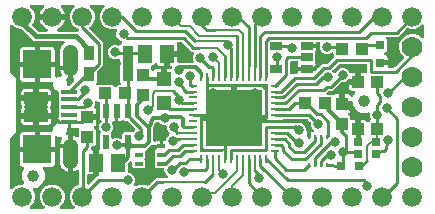
<source format=gbr>
G04 EAGLE Gerber RS-274X export*
G75*
%MOMM*%
%FSLAX34Y34*%
%LPD*%
%INTop Copper*%
%IPPOS*%
%AMOC8*
5,1,8,0,0,1.08239X$1,22.5*%
G01*
%ADD10R,1.240000X1.500000*%
%ADD11R,1.000000X1.075000*%
%ADD12R,0.800000X0.800000*%
%ADD13R,1.075000X1.000000*%
%ADD14C,1.000000*%
%ADD15R,1.000000X1.000000*%
%ADD16R,2.413000X2.413000*%
%ADD17C,1.308000*%
%ADD18R,1.350000X0.400000*%
%ADD19R,2.000000X1.000000*%
%ADD20R,0.550000X1.200000*%
%ADD21R,0.990000X0.690000*%
%ADD22R,0.910000X1.220000*%
%ADD23C,1.676400*%
%ADD24C,1.778000*%
%ADD25R,0.700000X0.350000*%
%ADD26R,0.250000X0.350000*%
%ADD27R,0.250000X0.750000*%
%ADD28R,0.750000X0.250000*%
%ADD29R,4.700000X4.700000*%
%ADD30R,1.300000X1.200000*%
%ADD31C,0.254000*%
%ADD32C,0.800100*%
%ADD33C,0.304800*%
%ADD34C,0.203200*%
%ADD35C,0.406400*%
%ADD36C,0.812800*%

G36*
X3868Y19076D02*
X3868Y19076D01*
X4007Y19080D01*
X4027Y19085D01*
X4047Y19087D01*
X4179Y19129D01*
X4313Y19168D01*
X4330Y19178D01*
X4349Y19185D01*
X4467Y19259D01*
X4587Y19330D01*
X4608Y19348D01*
X4618Y19355D01*
X4632Y19370D01*
X4707Y19436D01*
X6801Y21529D01*
X10628Y23115D01*
X12609Y23115D01*
X12740Y23131D01*
X12872Y23142D01*
X12897Y23151D01*
X12924Y23155D01*
X13047Y23203D01*
X13172Y23247D01*
X13195Y23262D01*
X13220Y23272D01*
X13327Y23349D01*
X13437Y23423D01*
X13455Y23443D01*
X13477Y23458D01*
X13562Y23561D01*
X13650Y23659D01*
X13663Y23683D01*
X13680Y23703D01*
X13736Y23823D01*
X13798Y23940D01*
X13804Y23967D01*
X13815Y23991D01*
X13840Y24121D01*
X13871Y24250D01*
X13870Y24277D01*
X13875Y24303D01*
X13867Y24435D01*
X13864Y24568D01*
X13857Y24594D01*
X13855Y24621D01*
X13815Y24747D01*
X13779Y24874D01*
X13762Y24909D01*
X13757Y24923D01*
X13746Y24942D01*
X13708Y25019D01*
X12061Y27870D01*
X12061Y33230D01*
X13899Y36413D01*
X13948Y36529D01*
X14003Y36642D01*
X14009Y36675D01*
X14022Y36706D01*
X14041Y36831D01*
X14066Y36954D01*
X14064Y36987D01*
X14069Y37021D01*
X14056Y37146D01*
X14049Y37271D01*
X14039Y37303D01*
X14036Y37337D01*
X13992Y37455D01*
X13954Y37575D01*
X13937Y37603D01*
X13925Y37635D01*
X13853Y37738D01*
X13787Y37845D01*
X13763Y37868D01*
X13744Y37896D01*
X13648Y37978D01*
X13558Y38066D01*
X13528Y38082D01*
X13503Y38104D01*
X13391Y38160D01*
X13281Y38222D01*
X13235Y38238D01*
X13218Y38246D01*
X13197Y38250D01*
X13128Y38273D01*
X12404Y38467D01*
X11825Y38802D01*
X11352Y39275D01*
X11017Y39854D01*
X10844Y40501D01*
X10844Y50651D01*
X14988Y50651D01*
X15028Y50656D01*
X15068Y50653D01*
X15185Y50676D01*
X15303Y50691D01*
X15341Y50705D01*
X15381Y50713D01*
X15488Y50764D01*
X15599Y50808D01*
X15632Y50831D01*
X15668Y50849D01*
X15760Y50924D01*
X15856Y50994D01*
X15882Y51026D01*
X15913Y51051D01*
X15983Y51148D01*
X16059Y51239D01*
X16076Y51276D01*
X16100Y51309D01*
X16144Y51420D01*
X16195Y51527D01*
X16202Y51567D01*
X16217Y51604D01*
X16247Y51763D01*
X16370Y52743D01*
X16370Y52820D01*
X16380Y52897D01*
X16370Y53057D01*
X16369Y53060D01*
X16369Y53061D01*
X16247Y54037D01*
X16237Y54077D01*
X16235Y54117D01*
X16198Y54230D01*
X16169Y54346D01*
X16149Y54381D01*
X16137Y54419D01*
X16073Y54520D01*
X16016Y54624D01*
X15988Y54654D01*
X15967Y54688D01*
X15880Y54770D01*
X15799Y54857D01*
X15764Y54878D01*
X15735Y54906D01*
X15631Y54964D01*
X15530Y55028D01*
X15492Y55040D01*
X15456Y55060D01*
X15341Y55089D01*
X15228Y55126D01*
X15188Y55129D01*
X15149Y55139D01*
X14988Y55149D01*
X10844Y55149D01*
X10844Y65299D01*
X11017Y65946D01*
X11352Y66525D01*
X11825Y66998D01*
X12404Y67333D01*
X13051Y67506D01*
X23201Y67506D01*
X23201Y61210D01*
X23216Y61092D01*
X23223Y60973D01*
X23235Y60935D01*
X23241Y60894D01*
X23284Y60784D01*
X23321Y60671D01*
X23343Y60636D01*
X23358Y60599D01*
X23427Y60503D01*
X23491Y60402D01*
X23521Y60374D01*
X23544Y60341D01*
X23636Y60265D01*
X23723Y60184D01*
X23758Y60164D01*
X23789Y60139D01*
X23897Y60088D01*
X24001Y60030D01*
X24041Y60020D01*
X24077Y60003D01*
X24194Y59981D01*
X24309Y59951D01*
X24369Y59947D01*
X24389Y59943D01*
X24410Y59945D01*
X24470Y59941D01*
X26430Y59941D01*
X26548Y59956D01*
X26667Y59963D01*
X26705Y59976D01*
X26746Y59981D01*
X26856Y60024D01*
X26969Y60061D01*
X27004Y60083D01*
X27041Y60098D01*
X27137Y60167D01*
X27238Y60231D01*
X27266Y60261D01*
X27299Y60284D01*
X27375Y60376D01*
X27456Y60463D01*
X27476Y60498D01*
X27501Y60529D01*
X27552Y60637D01*
X27610Y60741D01*
X27620Y60781D01*
X27637Y60817D01*
X27659Y60934D01*
X27689Y61049D01*
X27693Y61109D01*
X27697Y61129D01*
X27695Y61150D01*
X27699Y61210D01*
X27699Y67506D01*
X37140Y67506D01*
X37258Y67521D01*
X37377Y67528D01*
X37415Y67541D01*
X37456Y67546D01*
X37566Y67589D01*
X37679Y67626D01*
X37714Y67648D01*
X37751Y67663D01*
X37847Y67732D01*
X37948Y67796D01*
X37976Y67826D01*
X38009Y67849D01*
X38085Y67941D01*
X38166Y68028D01*
X38186Y68063D01*
X38211Y68094D01*
X38262Y68202D01*
X38320Y68306D01*
X38330Y68345D01*
X38347Y68382D01*
X38369Y68499D01*
X38399Y68614D01*
X38403Y68674D01*
X38407Y68694D01*
X38405Y68715D01*
X38409Y68775D01*
X38409Y70602D01*
X39329Y72822D01*
X41028Y74521D01*
X42126Y74976D01*
X42151Y74990D01*
X42179Y74999D01*
X42251Y75045D01*
X42289Y75069D01*
X42402Y75133D01*
X42423Y75154D01*
X42448Y75170D01*
X42502Y75227D01*
X42509Y75232D01*
X42523Y75249D01*
X42537Y75264D01*
X42630Y75355D01*
X42646Y75380D01*
X42666Y75401D01*
X42700Y75463D01*
X42711Y75477D01*
X42732Y75520D01*
X42797Y75626D01*
X42805Y75654D01*
X42820Y75680D01*
X42835Y75739D01*
X42847Y75764D01*
X42859Y75829D01*
X42890Y75930D01*
X42892Y75959D01*
X42899Y75988D01*
X42904Y76061D01*
X42907Y76077D01*
X42906Y76093D01*
X42909Y76148D01*
X42909Y78234D01*
X43082Y78881D01*
X43247Y79166D01*
X43283Y79251D01*
X43328Y79332D01*
X43344Y79397D01*
X43370Y79459D01*
X43384Y79551D01*
X43407Y79640D01*
X43414Y79757D01*
X43417Y79774D01*
X43416Y79782D01*
X43417Y79801D01*
X43417Y101441D01*
X43414Y101471D01*
X43416Y101500D01*
X43394Y101628D01*
X43377Y101757D01*
X43367Y101784D01*
X43362Y101813D01*
X43308Y101932D01*
X43260Y102052D01*
X43243Y102076D01*
X43231Y102103D01*
X43150Y102205D01*
X43074Y102310D01*
X43051Y102329D01*
X43032Y102352D01*
X42929Y102430D01*
X42829Y102513D01*
X42802Y102525D01*
X42778Y102543D01*
X42634Y102614D01*
X41028Y103279D01*
X39329Y104978D01*
X38409Y107198D01*
X38409Y109025D01*
X38394Y109143D01*
X38387Y109262D01*
X38374Y109300D01*
X38369Y109341D01*
X38326Y109451D01*
X38289Y109564D01*
X38267Y109599D01*
X38252Y109636D01*
X38183Y109732D01*
X38119Y109833D01*
X38089Y109861D01*
X38066Y109894D01*
X37974Y109970D01*
X37887Y110051D01*
X37852Y110071D01*
X37821Y110096D01*
X37713Y110147D01*
X37609Y110205D01*
X37569Y110215D01*
X37533Y110232D01*
X37416Y110254D01*
X37301Y110284D01*
X37241Y110288D01*
X37221Y110292D01*
X37200Y110290D01*
X37140Y110294D01*
X27699Y110294D01*
X27699Y116590D01*
X27684Y116708D01*
X27677Y116827D01*
X27664Y116865D01*
X27659Y116906D01*
X27616Y117016D01*
X27579Y117129D01*
X27557Y117164D01*
X27542Y117201D01*
X27473Y117297D01*
X27409Y117398D01*
X27379Y117426D01*
X27356Y117459D01*
X27264Y117535D01*
X27177Y117616D01*
X27142Y117636D01*
X27111Y117661D01*
X27003Y117712D01*
X26899Y117770D01*
X26859Y117780D01*
X26823Y117797D01*
X26706Y117819D01*
X26591Y117849D01*
X26531Y117853D01*
X26511Y117857D01*
X26490Y117855D01*
X26430Y117859D01*
X24470Y117859D01*
X24352Y117844D01*
X24233Y117837D01*
X24195Y117824D01*
X24154Y117819D01*
X24044Y117776D01*
X23931Y117739D01*
X23896Y117717D01*
X23859Y117702D01*
X23762Y117633D01*
X23662Y117569D01*
X23634Y117539D01*
X23601Y117516D01*
X23525Y117424D01*
X23444Y117337D01*
X23424Y117302D01*
X23399Y117271D01*
X23348Y117163D01*
X23290Y117059D01*
X23280Y117019D01*
X23263Y116983D01*
X23241Y116866D01*
X23211Y116751D01*
X23207Y116691D01*
X23203Y116671D01*
X23205Y116650D01*
X23201Y116590D01*
X23201Y110294D01*
X13051Y110294D01*
X12404Y110467D01*
X11825Y110802D01*
X11352Y111275D01*
X11017Y111854D01*
X10844Y112501D01*
X10844Y122651D01*
X15130Y122651D01*
X15132Y122651D01*
X15134Y122651D01*
X15292Y122671D01*
X15446Y122691D01*
X15448Y122691D01*
X15450Y122692D01*
X15599Y122751D01*
X15741Y122808D01*
X15743Y122809D01*
X15745Y122809D01*
X15873Y122903D01*
X15999Y122994D01*
X16000Y122996D01*
X16002Y122997D01*
X16100Y123117D01*
X16202Y123239D01*
X16202Y123241D01*
X16204Y123243D01*
X16271Y123387D01*
X16337Y123527D01*
X16337Y123529D01*
X16338Y123531D01*
X16368Y123687D01*
X16397Y123839D01*
X16397Y123841D01*
X16397Y123843D01*
X16397Y124004D01*
X16356Y124610D01*
X16353Y124625D01*
X16354Y124640D01*
X16328Y124760D01*
X16331Y124815D01*
X16331Y124820D01*
X16332Y124823D01*
X16331Y124984D01*
X16330Y125006D01*
X16331Y125016D01*
X16335Y125030D01*
X16356Y125190D01*
X16397Y125796D01*
X16397Y125798D01*
X16397Y125800D01*
X16387Y125957D01*
X16378Y126113D01*
X16377Y126115D01*
X16377Y126117D01*
X16330Y126262D01*
X16281Y126416D01*
X16280Y126418D01*
X16279Y126419D01*
X16194Y126554D01*
X16111Y126685D01*
X16110Y126686D01*
X16109Y126688D01*
X15992Y126799D01*
X15881Y126904D01*
X15879Y126905D01*
X15877Y126906D01*
X15740Y126982D01*
X15602Y127058D01*
X15601Y127059D01*
X15599Y127060D01*
X15448Y127098D01*
X15295Y127139D01*
X15293Y127139D01*
X15291Y127139D01*
X15130Y127149D01*
X10844Y127149D01*
X10844Y137299D01*
X11017Y137946D01*
X11352Y138525D01*
X11825Y138998D01*
X12404Y139333D01*
X13051Y139506D01*
X23201Y139506D01*
X23201Y133210D01*
X23216Y133092D01*
X23223Y132973D01*
X23235Y132935D01*
X23241Y132894D01*
X23284Y132784D01*
X23321Y132671D01*
X23343Y132636D01*
X23358Y132599D01*
X23427Y132503D01*
X23491Y132402D01*
X23521Y132374D01*
X23544Y132341D01*
X23636Y132265D01*
X23723Y132184D01*
X23758Y132164D01*
X23789Y132139D01*
X23897Y132088D01*
X24001Y132030D01*
X24041Y132020D01*
X24077Y132003D01*
X24194Y131981D01*
X24309Y131951D01*
X24369Y131947D01*
X24389Y131943D01*
X24410Y131945D01*
X24470Y131941D01*
X26430Y131941D01*
X26548Y131956D01*
X26667Y131963D01*
X26705Y131976D01*
X26746Y131981D01*
X26856Y132024D01*
X26969Y132061D01*
X27004Y132083D01*
X27041Y132098D01*
X27137Y132167D01*
X27238Y132231D01*
X27266Y132261D01*
X27299Y132284D01*
X27375Y132376D01*
X27456Y132463D01*
X27476Y132498D01*
X27501Y132529D01*
X27552Y132637D01*
X27610Y132741D01*
X27620Y132781D01*
X27637Y132817D01*
X27659Y132934D01*
X27689Y133049D01*
X27693Y133109D01*
X27697Y133129D01*
X27695Y133150D01*
X27699Y133210D01*
X27699Y139506D01*
X37849Y139506D01*
X38496Y139333D01*
X39075Y138998D01*
X39548Y138525D01*
X39883Y137946D01*
X40056Y137299D01*
X40056Y127149D01*
X35760Y127149D01*
X35642Y127134D01*
X35523Y127127D01*
X35485Y127114D01*
X35444Y127109D01*
X35334Y127066D01*
X35221Y127029D01*
X35186Y127007D01*
X35149Y126992D01*
X35053Y126923D01*
X34952Y126859D01*
X34924Y126829D01*
X34891Y126806D01*
X34815Y126714D01*
X34734Y126627D01*
X34714Y126592D01*
X34689Y126561D01*
X34638Y126453D01*
X34580Y126349D01*
X34570Y126309D01*
X34553Y126273D01*
X34531Y126156D01*
X34501Y126041D01*
X34497Y125981D01*
X34493Y125961D01*
X34495Y125940D01*
X34491Y125880D01*
X34491Y123920D01*
X34506Y123802D01*
X34513Y123683D01*
X34526Y123645D01*
X34531Y123604D01*
X34574Y123494D01*
X34611Y123381D01*
X34633Y123346D01*
X34648Y123309D01*
X34717Y123212D01*
X34781Y123112D01*
X34811Y123084D01*
X34834Y123051D01*
X34926Y122975D01*
X35013Y122894D01*
X35048Y122874D01*
X35079Y122849D01*
X35187Y122798D01*
X35291Y122740D01*
X35331Y122730D01*
X35367Y122713D01*
X35484Y122691D01*
X35599Y122661D01*
X35659Y122657D01*
X35679Y122653D01*
X35700Y122655D01*
X35760Y122651D01*
X40056Y122651D01*
X40056Y115018D01*
X40062Y114968D01*
X40060Y114919D01*
X40082Y114811D01*
X40096Y114702D01*
X40114Y114656D01*
X40124Y114607D01*
X40172Y114509D01*
X40213Y114407D01*
X40242Y114366D01*
X40264Y114322D01*
X40335Y114238D01*
X40399Y114149D01*
X40438Y114118D01*
X40470Y114080D01*
X40560Y114017D01*
X40644Y113946D01*
X40689Y113925D01*
X40730Y113897D01*
X40833Y113858D01*
X40932Y113811D01*
X40981Y113802D01*
X41027Y113784D01*
X41137Y113772D01*
X41244Y113751D01*
X41294Y113754D01*
X41343Y113749D01*
X41452Y113764D01*
X41562Y113771D01*
X41609Y113786D01*
X41658Y113793D01*
X41811Y113845D01*
X43248Y114441D01*
X45154Y114441D01*
X45194Y114446D01*
X45233Y114443D01*
X45351Y114466D01*
X45470Y114481D01*
X45507Y114495D01*
X45546Y114503D01*
X45654Y114554D01*
X45765Y114598D01*
X45797Y114621D01*
X45833Y114638D01*
X45926Y114714D01*
X46023Y114784D01*
X46048Y114815D01*
X46079Y114840D01*
X46149Y114937D01*
X46225Y115029D01*
X46242Y115065D01*
X46266Y115098D01*
X46310Y115209D01*
X46361Y115317D01*
X46368Y115356D01*
X46383Y115393D01*
X46398Y115512D01*
X46421Y115629D01*
X46418Y115669D01*
X46423Y115709D01*
X46408Y115827D01*
X46401Y115947D01*
X46389Y115985D01*
X46384Y116024D01*
X46340Y116136D01*
X46303Y116249D01*
X46282Y116283D01*
X46267Y116320D01*
X46181Y116456D01*
X45683Y117141D01*
X45035Y118414D01*
X44593Y119774D01*
X44573Y119901D01*
X51451Y119901D01*
X51451Y113023D01*
X51286Y113049D01*
X51245Y113057D01*
X51159Y113083D01*
X51089Y113086D01*
X51020Y113100D01*
X50931Y113094D01*
X50841Y113098D01*
X50773Y113084D01*
X50703Y113080D01*
X50618Y113052D01*
X50530Y113034D01*
X50467Y113003D01*
X50400Y112982D01*
X50325Y112933D01*
X50244Y112894D01*
X50191Y112849D01*
X50132Y112811D01*
X50070Y112746D01*
X50002Y112688D01*
X49962Y112631D01*
X49914Y112580D01*
X49871Y112501D01*
X49819Y112428D01*
X49794Y112362D01*
X49761Y112301D01*
X49738Y112214D01*
X49706Y112130D01*
X49699Y112061D01*
X49681Y111993D01*
X49681Y111904D01*
X49671Y111814D01*
X49681Y111745D01*
X49681Y111675D01*
X49703Y111588D01*
X49716Y111499D01*
X49756Y111381D01*
X49760Y111367D01*
X49763Y111361D01*
X49768Y111347D01*
X50491Y109602D01*
X50491Y107926D01*
X50508Y107788D01*
X50521Y107649D01*
X50528Y107630D01*
X50531Y107610D01*
X50582Y107481D01*
X50629Y107350D01*
X50640Y107333D01*
X50648Y107315D01*
X50729Y107202D01*
X50807Y107087D01*
X50823Y107074D01*
X50834Y107057D01*
X50942Y106968D01*
X51046Y106876D01*
X51064Y106867D01*
X51079Y106854D01*
X51205Y106795D01*
X51329Y106732D01*
X51349Y106727D01*
X51367Y106719D01*
X51503Y106693D01*
X51639Y106662D01*
X51660Y106663D01*
X51679Y106659D01*
X51818Y106668D01*
X51957Y106672D01*
X51977Y106678D01*
X51997Y106679D01*
X52129Y106722D01*
X52263Y106760D01*
X52280Y106771D01*
X52299Y106777D01*
X52417Y106851D01*
X52537Y106922D01*
X52558Y106940D01*
X52568Y106947D01*
X52582Y106962D01*
X52657Y107028D01*
X56492Y110863D01*
X56541Y110926D01*
X56598Y110982D01*
X56638Y111051D01*
X56687Y111115D01*
X56719Y111188D01*
X56760Y111256D01*
X56782Y111333D01*
X56814Y111406D01*
X56826Y111485D01*
X56849Y111562D01*
X56851Y111641D01*
X56864Y111720D01*
X56856Y111800D01*
X56859Y111879D01*
X56841Y111957D01*
X56834Y112037D01*
X56807Y112112D01*
X56790Y112190D01*
X56753Y112261D01*
X56726Y112336D01*
X56681Y112402D01*
X56645Y112473D01*
X56593Y112533D01*
X56548Y112599D01*
X56488Y112652D01*
X56435Y112712D01*
X56369Y112757D01*
X56309Y112810D01*
X56238Y112846D01*
X56172Y112891D01*
X56097Y112918D01*
X56026Y112955D01*
X55948Y112972D01*
X55873Y112999D01*
X55794Y113007D01*
X55716Y113024D01*
X55636Y113022D01*
X55557Y113029D01*
X55449Y113019D01*
X55449Y121170D01*
X55434Y121288D01*
X55427Y121407D01*
X55414Y121445D01*
X55409Y121485D01*
X55366Y121596D01*
X55329Y121709D01*
X55307Y121743D01*
X55292Y121781D01*
X55223Y121877D01*
X55159Y121978D01*
X55129Y122006D01*
X55106Y122038D01*
X55014Y122114D01*
X54927Y122196D01*
X54892Y122215D01*
X54861Y122241D01*
X54753Y122292D01*
X54649Y122349D01*
X54609Y122359D01*
X54573Y122377D01*
X54456Y122399D01*
X54341Y122429D01*
X54281Y122433D01*
X54261Y122436D01*
X54240Y122435D01*
X54180Y122439D01*
X53989Y122439D01*
X53989Y122630D01*
X53974Y122748D01*
X53967Y122867D01*
X53954Y122905D01*
X53949Y122946D01*
X53905Y123056D01*
X53869Y123169D01*
X53847Y123204D01*
X53832Y123241D01*
X53762Y123337D01*
X53699Y123438D01*
X53669Y123466D01*
X53645Y123499D01*
X53554Y123575D01*
X53467Y123656D01*
X53432Y123676D01*
X53400Y123701D01*
X53293Y123752D01*
X53188Y123810D01*
X53149Y123820D01*
X53113Y123837D01*
X52996Y123859D01*
X52880Y123889D01*
X52820Y123893D01*
X52800Y123897D01*
X52780Y123895D01*
X52720Y123899D01*
X44369Y123899D01*
X44369Y135695D01*
X44593Y137106D01*
X45035Y138466D01*
X45683Y139739D01*
X46524Y140896D01*
X47534Y141906D01*
X47979Y142229D01*
X48037Y142284D01*
X48101Y142330D01*
X48152Y142392D01*
X48210Y142447D01*
X48253Y142514D01*
X48304Y142575D01*
X48338Y142648D01*
X48381Y142715D01*
X48406Y142791D01*
X48439Y142863D01*
X48454Y142942D01*
X48479Y143018D01*
X48484Y143097D01*
X48499Y143176D01*
X48494Y143255D01*
X48499Y143335D01*
X48484Y143413D01*
X48479Y143493D01*
X48455Y143569D01*
X48440Y143648D01*
X48406Y143720D01*
X48381Y143795D01*
X48339Y143863D01*
X48305Y143935D01*
X48254Y143997D01*
X48211Y144064D01*
X48153Y144119D01*
X48102Y144181D01*
X48038Y144227D01*
X47980Y144282D01*
X47910Y144321D01*
X47845Y144368D01*
X47771Y144397D01*
X47701Y144436D01*
X47624Y144456D01*
X47549Y144485D01*
X47470Y144495D01*
X47393Y144515D01*
X47235Y144525D01*
X47234Y144525D01*
X47233Y144525D01*
X22446Y144525D01*
X12658Y154314D01*
X12580Y154374D01*
X12508Y154442D01*
X12455Y154471D01*
X12407Y154508D01*
X12316Y154548D01*
X12229Y154596D01*
X12171Y154611D01*
X12115Y154635D01*
X12017Y154650D01*
X11921Y154675D01*
X11821Y154681D01*
X11801Y154685D01*
X11789Y154683D01*
X11761Y154685D01*
X10628Y154685D01*
X6801Y156271D01*
X4707Y158364D01*
X4598Y158449D01*
X4491Y158538D01*
X4472Y158546D01*
X4456Y158559D01*
X4328Y158614D01*
X4203Y158673D01*
X4183Y158677D01*
X4164Y158685D01*
X4026Y158707D01*
X3890Y158733D01*
X3870Y158732D01*
X3850Y158735D01*
X3711Y158722D01*
X3573Y158713D01*
X3554Y158707D01*
X3534Y158705D01*
X3402Y158658D01*
X3271Y158615D01*
X3253Y158604D01*
X3234Y158598D01*
X3119Y158520D01*
X3002Y158445D01*
X2988Y158430D01*
X2971Y158419D01*
X2879Y158315D01*
X2784Y158214D01*
X2774Y158196D01*
X2761Y158181D01*
X2697Y158056D01*
X2630Y157935D01*
X2625Y157915D01*
X2616Y157897D01*
X2586Y157762D01*
X2551Y157627D01*
X2549Y157599D01*
X2546Y157587D01*
X2547Y157567D01*
X2541Y157466D01*
X2541Y118418D01*
X2553Y118320D01*
X2556Y118221D01*
X2573Y118163D01*
X2581Y118103D01*
X2617Y118011D01*
X2645Y117915D01*
X2675Y117863D01*
X2698Y117807D01*
X2756Y117727D01*
X2806Y117642D01*
X2872Y117566D01*
X2884Y117550D01*
X2894Y117542D01*
X2912Y117521D01*
X7621Y112812D01*
X7621Y67528D01*
X2912Y62819D01*
X2852Y62741D01*
X2784Y62669D01*
X2755Y62616D01*
X2718Y62568D01*
X2678Y62477D01*
X2630Y62390D01*
X2615Y62332D01*
X2591Y62276D01*
X2576Y62178D01*
X2551Y62083D01*
X2545Y61982D01*
X2541Y61962D01*
X2543Y61950D01*
X2541Y61922D01*
X2541Y20334D01*
X2558Y20196D01*
X2571Y20057D01*
X2578Y20038D01*
X2581Y20018D01*
X2632Y19889D01*
X2679Y19758D01*
X2690Y19741D01*
X2698Y19722D01*
X2779Y19610D01*
X2857Y19495D01*
X2873Y19481D01*
X2884Y19465D01*
X2992Y19376D01*
X3096Y19284D01*
X3114Y19275D01*
X3129Y19262D01*
X3255Y19203D01*
X3379Y19140D01*
X3399Y19135D01*
X3417Y19127D01*
X3553Y19101D01*
X3689Y19070D01*
X3710Y19071D01*
X3729Y19067D01*
X3868Y19076D01*
G37*
G36*
X181211Y50419D02*
X181211Y50419D01*
X181303Y50421D01*
X181368Y50439D01*
X181435Y50448D01*
X181521Y50482D01*
X181610Y50506D01*
X181715Y50558D01*
X181731Y50565D01*
X181737Y50570D01*
X181754Y50578D01*
X182039Y50743D01*
X182399Y50839D01*
X182540Y50897D01*
X182682Y50953D01*
X182687Y50957D01*
X182694Y50959D01*
X182816Y51050D01*
X182939Y51139D01*
X182944Y51145D01*
X182949Y51149D01*
X183045Y51267D01*
X183142Y51384D01*
X183145Y51391D01*
X183149Y51396D01*
X183213Y51535D01*
X183278Y51672D01*
X183279Y51679D01*
X183282Y51685D01*
X183309Y51835D01*
X183337Y51985D01*
X183337Y51991D01*
X183338Y51998D01*
X183327Y52151D01*
X183318Y52302D01*
X183316Y52308D01*
X183315Y52315D01*
X183267Y52459D01*
X183220Y52604D01*
X183216Y52610D01*
X183214Y52617D01*
X183132Y52743D01*
X183049Y52873D01*
X183044Y52878D01*
X183041Y52883D01*
X182929Y52986D01*
X182818Y53091D01*
X182812Y53094D01*
X182807Y53099D01*
X182673Y53171D01*
X182539Y53245D01*
X182533Y53246D01*
X182527Y53249D01*
X182379Y53286D01*
X182231Y53324D01*
X182222Y53325D01*
X182218Y53326D01*
X182207Y53326D01*
X182071Y53334D01*
X167936Y53334D01*
X167289Y53507D01*
X166710Y53842D01*
X166237Y54315D01*
X165902Y54894D01*
X165729Y55541D01*
X165729Y76836D01*
X189231Y76836D01*
X189231Y56642D01*
X189246Y56524D01*
X189253Y56405D01*
X189266Y56367D01*
X189271Y56326D01*
X189314Y56216D01*
X189351Y56103D01*
X189373Y56068D01*
X189388Y56031D01*
X189458Y55935D01*
X189521Y55834D01*
X189551Y55806D01*
X189575Y55773D01*
X189666Y55697D01*
X189753Y55616D01*
X189788Y55596D01*
X189819Y55571D01*
X189927Y55520D01*
X190031Y55462D01*
X190071Y55452D01*
X190107Y55435D01*
X190224Y55413D01*
X190339Y55383D01*
X190400Y55379D01*
X190420Y55375D01*
X190440Y55377D01*
X190500Y55373D01*
X193040Y55373D01*
X193158Y55388D01*
X193277Y55395D01*
X193315Y55408D01*
X193355Y55413D01*
X193466Y55456D01*
X193579Y55493D01*
X193614Y55515D01*
X193651Y55530D01*
X193747Y55599D01*
X193848Y55663D01*
X193876Y55693D01*
X193908Y55716D01*
X193984Y55808D01*
X194066Y55895D01*
X194085Y55930D01*
X194111Y55961D01*
X194162Y56069D01*
X194219Y56173D01*
X194230Y56213D01*
X194247Y56249D01*
X194269Y56366D01*
X194299Y56481D01*
X194303Y56541D01*
X194307Y56561D01*
X194305Y56582D01*
X194309Y56642D01*
X194309Y76836D01*
X218960Y76836D01*
X219078Y76851D01*
X219197Y76858D01*
X219235Y76871D01*
X219276Y76876D01*
X219386Y76919D01*
X219499Y76956D01*
X219534Y76978D01*
X219571Y76993D01*
X219667Y77063D01*
X219768Y77126D01*
X219796Y77156D01*
X219829Y77180D01*
X219905Y77271D01*
X219986Y77358D01*
X220006Y77393D01*
X220031Y77424D01*
X220082Y77532D01*
X220140Y77636D01*
X220150Y77676D01*
X220167Y77712D01*
X220189Y77829D01*
X220219Y77944D01*
X220223Y78005D01*
X220227Y78025D01*
X220225Y78045D01*
X220229Y78105D01*
X220229Y78459D01*
X220402Y79106D01*
X220567Y79391D01*
X220603Y79476D01*
X220648Y79557D01*
X220664Y79622D01*
X220690Y79684D01*
X220704Y79776D01*
X220727Y79865D01*
X220734Y79982D01*
X220737Y79999D01*
X220736Y80007D01*
X220737Y80026D01*
X220737Y107073D01*
X220722Y107191D01*
X220715Y107310D01*
X220702Y107348D01*
X220697Y107389D01*
X220654Y107499D01*
X220617Y107612D01*
X220595Y107647D01*
X220580Y107684D01*
X220511Y107780D01*
X220447Y107881D01*
X220417Y107909D01*
X220394Y107942D01*
X220302Y108018D01*
X220215Y108099D01*
X220180Y108119D01*
X220149Y108144D01*
X220041Y108195D01*
X219937Y108253D01*
X219897Y108263D01*
X219861Y108280D01*
X219744Y108302D01*
X219629Y108332D01*
X219569Y108336D01*
X219549Y108340D01*
X219528Y108338D01*
X219468Y108342D01*
X172421Y108342D01*
X172329Y108331D01*
X172237Y108329D01*
X172172Y108311D01*
X172105Y108302D01*
X172019Y108268D01*
X171930Y108244D01*
X171825Y108192D01*
X171809Y108185D01*
X171803Y108180D01*
X171786Y108172D01*
X171501Y108007D01*
X171141Y107911D01*
X171000Y107854D01*
X170858Y107797D01*
X170853Y107793D01*
X170846Y107791D01*
X170724Y107700D01*
X170601Y107611D01*
X170596Y107605D01*
X170591Y107601D01*
X170495Y107482D01*
X170398Y107366D01*
X170395Y107359D01*
X170391Y107354D01*
X170327Y107214D01*
X170262Y107078D01*
X170261Y107071D01*
X170258Y107065D01*
X170231Y106914D01*
X170203Y106765D01*
X170203Y106759D01*
X170202Y106752D01*
X170213Y106598D01*
X170222Y106448D01*
X170224Y106442D01*
X170225Y106435D01*
X170273Y106290D01*
X170320Y106146D01*
X170324Y106140D01*
X170326Y106133D01*
X170410Y106004D01*
X170490Y105877D01*
X170495Y105872D01*
X170499Y105867D01*
X170611Y105763D01*
X170722Y105659D01*
X170728Y105656D01*
X170733Y105651D01*
X170867Y105579D01*
X171001Y105505D01*
X171007Y105504D01*
X171013Y105501D01*
X171161Y105464D01*
X171309Y105426D01*
X171318Y105425D01*
X171322Y105424D01*
X171333Y105424D01*
X171469Y105416D01*
X189231Y105416D01*
X189231Y81914D01*
X164580Y81914D01*
X164462Y81899D01*
X164343Y81892D01*
X164305Y81879D01*
X164264Y81874D01*
X164154Y81830D01*
X164041Y81794D01*
X164006Y81772D01*
X163969Y81757D01*
X163873Y81687D01*
X163772Y81624D01*
X163744Y81594D01*
X163711Y81570D01*
X163635Y81479D01*
X163554Y81392D01*
X163534Y81357D01*
X163509Y81325D01*
X163458Y81218D01*
X163400Y81114D01*
X163390Y81074D01*
X163373Y81038D01*
X163351Y80921D01*
X163321Y80806D01*
X163317Y80745D01*
X163313Y80725D01*
X163315Y80705D01*
X163311Y80645D01*
X163311Y80291D01*
X163138Y79644D01*
X162973Y79359D01*
X162937Y79274D01*
X162892Y79193D01*
X162876Y79128D01*
X162850Y79066D01*
X162836Y78974D01*
X162813Y78885D01*
X162806Y78782D01*
X162805Y78776D01*
X162806Y78770D01*
X162806Y78768D01*
X162803Y78751D01*
X162804Y78743D01*
X162803Y78724D01*
X162803Y51677D01*
X162818Y51559D01*
X162825Y51440D01*
X162838Y51402D01*
X162843Y51361D01*
X162886Y51251D01*
X162923Y51138D01*
X162945Y51103D01*
X162960Y51066D01*
X163029Y50970D01*
X163093Y50869D01*
X163123Y50841D01*
X163146Y50808D01*
X163238Y50732D01*
X163325Y50651D01*
X163360Y50631D01*
X163391Y50606D01*
X163499Y50555D01*
X163603Y50497D01*
X163643Y50487D01*
X163679Y50470D01*
X163796Y50448D01*
X163911Y50418D01*
X163971Y50414D01*
X163991Y50410D01*
X164012Y50412D01*
X164072Y50408D01*
X181119Y50408D01*
X181211Y50419D01*
G37*
G36*
X30604Y2558D02*
X30604Y2558D01*
X30743Y2571D01*
X30762Y2578D01*
X30782Y2581D01*
X30911Y2632D01*
X31042Y2679D01*
X31059Y2690D01*
X31078Y2698D01*
X31190Y2779D01*
X31305Y2857D01*
X31319Y2873D01*
X31335Y2884D01*
X31424Y2992D01*
X31516Y3096D01*
X31525Y3114D01*
X31538Y3129D01*
X31597Y3255D01*
X31660Y3379D01*
X31665Y3399D01*
X31673Y3417D01*
X31699Y3553D01*
X31730Y3689D01*
X31729Y3710D01*
X31733Y3729D01*
X31724Y3868D01*
X31720Y4007D01*
X31715Y4027D01*
X31713Y4047D01*
X31671Y4179D01*
X31632Y4313D01*
X31622Y4330D01*
X31615Y4349D01*
X31541Y4467D01*
X31470Y4587D01*
X31452Y4608D01*
X31445Y4618D01*
X31430Y4632D01*
X31364Y4707D01*
X29271Y6801D01*
X27685Y10628D01*
X27685Y14772D01*
X29271Y18599D01*
X32201Y21529D01*
X36028Y23115D01*
X40172Y23115D01*
X43999Y21529D01*
X46929Y18599D01*
X48515Y14772D01*
X48515Y10628D01*
X46929Y6801D01*
X44836Y4707D01*
X44751Y4598D01*
X44662Y4491D01*
X44654Y4472D01*
X44641Y4456D01*
X44586Y4328D01*
X44527Y4203D01*
X44523Y4183D01*
X44515Y4164D01*
X44493Y4026D01*
X44467Y3890D01*
X44468Y3870D01*
X44465Y3850D01*
X44478Y3711D01*
X44487Y3573D01*
X44493Y3554D01*
X44495Y3534D01*
X44542Y3402D01*
X44585Y3271D01*
X44596Y3253D01*
X44602Y3234D01*
X44680Y3119D01*
X44755Y3002D01*
X44770Y2988D01*
X44781Y2971D01*
X44885Y2879D01*
X44986Y2784D01*
X45004Y2774D01*
X45019Y2761D01*
X45144Y2697D01*
X45265Y2630D01*
X45285Y2625D01*
X45303Y2616D01*
X45438Y2586D01*
X45573Y2551D01*
X45601Y2549D01*
X45613Y2546D01*
X45633Y2547D01*
X45734Y2541D01*
X55866Y2541D01*
X56004Y2558D01*
X56143Y2571D01*
X56162Y2578D01*
X56182Y2581D01*
X56311Y2632D01*
X56442Y2679D01*
X56459Y2690D01*
X56478Y2698D01*
X56590Y2779D01*
X56705Y2857D01*
X56719Y2873D01*
X56735Y2884D01*
X56824Y2992D01*
X56916Y3096D01*
X56925Y3114D01*
X56938Y3129D01*
X56997Y3255D01*
X57060Y3379D01*
X57065Y3399D01*
X57073Y3417D01*
X57099Y3553D01*
X57130Y3689D01*
X57129Y3710D01*
X57133Y3729D01*
X57124Y3868D01*
X57120Y4007D01*
X57115Y4027D01*
X57113Y4047D01*
X57071Y4179D01*
X57032Y4313D01*
X57022Y4330D01*
X57015Y4349D01*
X56941Y4467D01*
X56870Y4587D01*
X56852Y4608D01*
X56845Y4618D01*
X56830Y4632D01*
X56764Y4707D01*
X54671Y6801D01*
X53085Y10628D01*
X53085Y14772D01*
X54671Y18599D01*
X57601Y21529D01*
X60049Y22543D01*
X60074Y22558D01*
X60102Y22567D01*
X60212Y22636D01*
X60325Y22701D01*
X60346Y22721D01*
X60371Y22737D01*
X60460Y22832D01*
X60553Y22922D01*
X60569Y22947D01*
X60589Y22969D01*
X60652Y23083D01*
X60720Y23193D01*
X60728Y23221D01*
X60743Y23247D01*
X60775Y23373D01*
X60813Y23497D01*
X60815Y23527D01*
X60822Y23555D01*
X60832Y23716D01*
X60832Y34468D01*
X60827Y34508D01*
X60830Y34547D01*
X60807Y34665D01*
X60792Y34784D01*
X60778Y34821D01*
X60770Y34860D01*
X60719Y34968D01*
X60675Y35079D01*
X60652Y35112D01*
X60635Y35148D01*
X60559Y35240D01*
X60489Y35337D01*
X60458Y35362D01*
X60433Y35393D01*
X60336Y35463D01*
X60244Y35539D01*
X60208Y35556D01*
X60175Y35580D01*
X60064Y35624D01*
X59956Y35675D01*
X59917Y35682D01*
X59880Y35697D01*
X59761Y35712D01*
X59644Y35735D01*
X59604Y35732D01*
X59564Y35737D01*
X59445Y35722D01*
X59326Y35715D01*
X59288Y35703D01*
X59249Y35698D01*
X59137Y35654D01*
X59024Y35617D01*
X58990Y35596D01*
X58953Y35581D01*
X58817Y35495D01*
X58209Y35053D01*
X56936Y34405D01*
X55576Y33963D01*
X55449Y33943D01*
X55449Y55170D01*
X55434Y55288D01*
X55427Y55407D01*
X55414Y55445D01*
X55409Y55485D01*
X55366Y55596D01*
X55329Y55709D01*
X55307Y55743D01*
X55292Y55781D01*
X55223Y55877D01*
X55212Y55894D01*
X55226Y55918D01*
X55251Y55950D01*
X55302Y56057D01*
X55360Y56162D01*
X55370Y56201D01*
X55387Y56237D01*
X55409Y56354D01*
X55439Y56470D01*
X55443Y56530D01*
X55447Y56550D01*
X55445Y56570D01*
X55449Y56630D01*
X55449Y64777D01*
X55576Y64757D01*
X56936Y64315D01*
X58209Y63667D01*
X58631Y63360D01*
X58666Y63341D01*
X58697Y63316D01*
X58805Y63265D01*
X58910Y63207D01*
X58948Y63197D01*
X58984Y63180D01*
X59102Y63158D01*
X59218Y63128D01*
X59257Y63128D01*
X59297Y63120D01*
X59416Y63128D01*
X59536Y63128D01*
X59574Y63138D01*
X59614Y63140D01*
X59728Y63177D01*
X59844Y63207D01*
X59879Y63226D01*
X59917Y63238D01*
X60018Y63302D01*
X60123Y63360D01*
X60152Y63387D01*
X60185Y63408D01*
X60267Y63496D01*
X60354Y63577D01*
X60376Y63611D01*
X60403Y63640D01*
X60461Y63745D01*
X60525Y63846D01*
X60537Y63884D01*
X60557Y63918D01*
X60587Y64034D01*
X60624Y64148D01*
X60626Y64188D01*
X60636Y64226D01*
X60646Y64387D01*
X60646Y69373D01*
X60728Y69474D01*
X60734Y69486D01*
X60742Y69497D01*
X60800Y69630D01*
X60860Y69763D01*
X60863Y69776D01*
X60868Y69789D01*
X60891Y69932D01*
X60917Y70076D01*
X60916Y70089D01*
X60918Y70103D01*
X60904Y70247D01*
X60894Y70393D01*
X60889Y70406D01*
X60888Y70419D01*
X60839Y70556D01*
X60793Y70695D01*
X60785Y70706D01*
X60781Y70719D01*
X60699Y70839D01*
X60620Y70961D01*
X60610Y70971D01*
X60602Y70982D01*
X60493Y71078D01*
X60386Y71177D01*
X60374Y71183D01*
X60364Y71192D01*
X60234Y71258D01*
X60105Y71327D01*
X60092Y71331D01*
X60080Y71337D01*
X59938Y71369D01*
X59797Y71404D01*
X59783Y71404D01*
X59770Y71407D01*
X59624Y71402D01*
X59479Y71401D01*
X59461Y71397D01*
X59452Y71397D01*
X59436Y71392D01*
X59321Y71369D01*
X59284Y71359D01*
X53469Y71359D01*
X53469Y75900D01*
X53454Y76018D01*
X53447Y76137D01*
X53435Y76175D01*
X53430Y76215D01*
X53386Y76326D01*
X53349Y76439D01*
X53327Y76473D01*
X53313Y76511D01*
X53243Y76607D01*
X53179Y76708D01*
X53149Y76736D01*
X53126Y76768D01*
X53034Y76844D01*
X52947Y76926D01*
X52912Y76945D01*
X52881Y76971D01*
X52773Y77022D01*
X52669Y77079D01*
X52630Y77089D01*
X52593Y77107D01*
X52476Y77129D01*
X52361Y77159D01*
X52301Y77163D01*
X52281Y77166D01*
X52280Y77166D01*
X52260Y77165D01*
X52200Y77169D01*
X52082Y77154D01*
X51963Y77147D01*
X51924Y77134D01*
X51884Y77129D01*
X51774Y77085D01*
X51660Y77049D01*
X51626Y77027D01*
X51589Y77012D01*
X51492Y76942D01*
X51392Y76878D01*
X51364Y76849D01*
X51331Y76825D01*
X51255Y76733D01*
X51174Y76647D01*
X51154Y76611D01*
X51128Y76580D01*
X51078Y76473D01*
X51020Y76368D01*
X51010Y76329D01*
X50993Y76293D01*
X50971Y76176D01*
X50941Y76060D01*
X50937Y76000D01*
X50933Y75980D01*
X50934Y75960D01*
X50931Y75900D01*
X50931Y71046D01*
X50924Y71039D01*
X50891Y71016D01*
X50815Y70924D01*
X50734Y70837D01*
X50714Y70802D01*
X50689Y70771D01*
X50638Y70663D01*
X50580Y70559D01*
X50570Y70519D01*
X50553Y70483D01*
X50531Y70366D01*
X50501Y70251D01*
X50497Y70191D01*
X50493Y70171D01*
X50495Y70150D01*
X50491Y70090D01*
X50491Y68198D01*
X49768Y66453D01*
X49757Y66415D01*
X49748Y66396D01*
X49741Y66360D01*
X49711Y66283D01*
X49702Y66214D01*
X49684Y66146D01*
X49682Y66057D01*
X49671Y65968D01*
X49680Y65898D01*
X49679Y65828D01*
X49700Y65741D01*
X49711Y65652D01*
X49737Y65587D01*
X49753Y65519D01*
X49795Y65440D01*
X49828Y65356D01*
X49869Y65300D01*
X49902Y65238D01*
X49962Y65171D01*
X50014Y65099D01*
X50068Y65054D01*
X50115Y65002D01*
X50190Y64953D01*
X50259Y64896D01*
X50323Y64866D01*
X50381Y64828D01*
X50466Y64799D01*
X50547Y64760D01*
X50616Y64747D01*
X50682Y64724D01*
X50771Y64717D01*
X50859Y64701D01*
X50929Y64705D01*
X50999Y64699D01*
X51087Y64715D01*
X51177Y64720D01*
X51298Y64751D01*
X51312Y64754D01*
X51318Y64756D01*
X51451Y64777D01*
X51451Y57899D01*
X44573Y57899D01*
X44593Y58026D01*
X45035Y59386D01*
X45683Y60659D01*
X46181Y61344D01*
X46200Y61379D01*
X46225Y61409D01*
X46276Y61518D01*
X46334Y61623D01*
X46344Y61661D01*
X46361Y61697D01*
X46383Y61814D01*
X46413Y61931D01*
X46413Y61971D01*
X46421Y62010D01*
X46413Y62129D01*
X46413Y62249D01*
X46403Y62287D01*
X46401Y62327D01*
X46364Y62441D01*
X46334Y62557D01*
X46315Y62592D01*
X46303Y62629D01*
X46239Y62731D01*
X46181Y62835D01*
X46154Y62864D01*
X46133Y62898D01*
X46045Y62980D01*
X45964Y63067D01*
X45930Y63089D01*
X45901Y63116D01*
X45796Y63174D01*
X45695Y63238D01*
X45657Y63250D01*
X45623Y63270D01*
X45507Y63299D01*
X45393Y63337D01*
X45353Y63339D01*
X45315Y63349D01*
X45154Y63359D01*
X43248Y63359D01*
X41811Y63955D01*
X41763Y63968D01*
X41718Y63989D01*
X41610Y64010D01*
X41504Y64039D01*
X41454Y64040D01*
X41405Y64049D01*
X41296Y64042D01*
X41186Y64044D01*
X41138Y64032D01*
X41088Y64029D01*
X40984Y63995D01*
X40877Y63970D01*
X40833Y63946D01*
X40786Y63931D01*
X40693Y63872D01*
X40596Y63821D01*
X40559Y63788D01*
X40517Y63761D01*
X40442Y63681D01*
X40360Y63607D01*
X40333Y63566D01*
X40299Y63529D01*
X40246Y63433D01*
X40186Y63341D01*
X40169Y63294D01*
X40145Y63251D01*
X40118Y63145D01*
X40082Y63040D01*
X40078Y62991D01*
X40066Y62943D01*
X40056Y62782D01*
X40056Y55149D01*
X35912Y55149D01*
X35872Y55144D01*
X35832Y55147D01*
X35715Y55124D01*
X35597Y55109D01*
X35559Y55095D01*
X35519Y55087D01*
X35412Y55036D01*
X35301Y54992D01*
X35268Y54969D01*
X35232Y54951D01*
X35140Y54876D01*
X35044Y54806D01*
X35018Y54774D01*
X34987Y54749D01*
X34917Y54652D01*
X34841Y54561D01*
X34824Y54524D01*
X34800Y54491D01*
X34756Y54380D01*
X34705Y54273D01*
X34698Y54233D01*
X34683Y54196D01*
X34653Y54037D01*
X34530Y53057D01*
X34530Y52980D01*
X34520Y52903D01*
X34530Y52743D01*
X34531Y52740D01*
X34531Y52739D01*
X34653Y51763D01*
X34663Y51723D01*
X34665Y51683D01*
X34702Y51570D01*
X34731Y51454D01*
X34751Y51419D01*
X34763Y51381D01*
X34827Y51280D01*
X34884Y51175D01*
X34912Y51146D01*
X34933Y51112D01*
X35020Y51030D01*
X35101Y50943D01*
X35136Y50922D01*
X35165Y50894D01*
X35269Y50836D01*
X35370Y50772D01*
X35408Y50760D01*
X35444Y50740D01*
X35559Y50711D01*
X35672Y50674D01*
X35712Y50671D01*
X35751Y50661D01*
X35912Y50651D01*
X40056Y50651D01*
X40056Y40501D01*
X39883Y39854D01*
X39548Y39275D01*
X39075Y38802D01*
X38496Y38467D01*
X37849Y38294D01*
X31337Y38294D01*
X31206Y38278D01*
X31074Y38267D01*
X31048Y38258D01*
X31022Y38254D01*
X30899Y38206D01*
X30773Y38162D01*
X30751Y38147D01*
X30726Y38137D01*
X30619Y38060D01*
X30508Y37986D01*
X30490Y37966D01*
X30469Y37951D01*
X30384Y37848D01*
X30295Y37750D01*
X30283Y37726D01*
X30266Y37706D01*
X30209Y37586D01*
X30148Y37469D01*
X30142Y37442D01*
X30130Y37418D01*
X30105Y37288D01*
X30075Y37159D01*
X30075Y37132D01*
X30070Y37106D01*
X30079Y36974D01*
X30081Y36841D01*
X30088Y36815D01*
X30090Y36788D01*
X30131Y36662D01*
X30166Y36535D01*
X30183Y36500D01*
X30188Y36486D01*
X30200Y36467D01*
X30238Y36390D01*
X32063Y33230D01*
X32063Y27870D01*
X29383Y23229D01*
X24742Y20549D01*
X22621Y20549D01*
X22572Y20543D01*
X22522Y20545D01*
X22415Y20523D01*
X22306Y20509D01*
X22259Y20491D01*
X22211Y20481D01*
X22112Y20433D01*
X22010Y20392D01*
X21970Y20363D01*
X21925Y20341D01*
X21841Y20270D01*
X21753Y20206D01*
X21721Y20167D01*
X21683Y20135D01*
X21620Y20045D01*
X21550Y19961D01*
X21529Y19916D01*
X21500Y19875D01*
X21461Y19772D01*
X21414Y19673D01*
X21405Y19624D01*
X21387Y19578D01*
X21375Y19468D01*
X21354Y19361D01*
X21358Y19311D01*
X21352Y19262D01*
X21367Y19153D01*
X21374Y19043D01*
X21389Y18996D01*
X21396Y18947D01*
X21448Y18794D01*
X23115Y14772D01*
X23115Y10628D01*
X21529Y6801D01*
X19436Y4707D01*
X19351Y4598D01*
X19262Y4491D01*
X19254Y4472D01*
X19241Y4456D01*
X19186Y4328D01*
X19127Y4203D01*
X19123Y4183D01*
X19115Y4164D01*
X19093Y4026D01*
X19067Y3890D01*
X19068Y3870D01*
X19065Y3850D01*
X19078Y3711D01*
X19087Y3573D01*
X19093Y3554D01*
X19095Y3534D01*
X19142Y3402D01*
X19185Y3271D01*
X19196Y3253D01*
X19202Y3234D01*
X19280Y3119D01*
X19355Y3002D01*
X19370Y2988D01*
X19381Y2971D01*
X19485Y2879D01*
X19586Y2784D01*
X19604Y2774D01*
X19619Y2761D01*
X19744Y2697D01*
X19865Y2630D01*
X19885Y2625D01*
X19903Y2616D01*
X20038Y2586D01*
X20173Y2551D01*
X20201Y2549D01*
X20213Y2546D01*
X20233Y2547D01*
X20334Y2541D01*
X30466Y2541D01*
X30604Y2558D01*
G37*
G36*
X91518Y105617D02*
X91518Y105617D01*
X91637Y105621D01*
X91676Y105632D01*
X91716Y105636D01*
X91828Y105676D01*
X91943Y105709D01*
X91978Y105730D01*
X92016Y105743D01*
X92114Y105810D01*
X92217Y105871D01*
X92262Y105911D01*
X92279Y105922D01*
X92292Y105937D01*
X92338Y105977D01*
X93723Y107363D01*
X94988Y107363D01*
X95126Y107380D01*
X95265Y107393D01*
X95284Y107400D01*
X95304Y107403D01*
X95433Y107454D01*
X95564Y107501D01*
X95581Y107512D01*
X95600Y107520D01*
X95712Y107601D01*
X95827Y107679D01*
X95840Y107695D01*
X95857Y107706D01*
X95946Y107814D01*
X96038Y107918D01*
X96047Y107936D01*
X96060Y107951D01*
X96119Y108077D01*
X96182Y108201D01*
X96187Y108221D01*
X96195Y108239D01*
X96221Y108376D01*
X96252Y108511D01*
X96251Y108532D01*
X96255Y108551D01*
X96246Y108690D01*
X96242Y108829D01*
X96237Y108849D01*
X96235Y108869D01*
X96193Y109001D01*
X96154Y109135D01*
X96143Y109152D01*
X96137Y109171D01*
X96063Y109289D01*
X95992Y109409D01*
X95974Y109430D01*
X95967Y109440D01*
X95952Y109454D01*
X95886Y109529D01*
X95517Y109898D01*
X95517Y123782D01*
X95631Y123896D01*
X95692Y123974D01*
X95760Y124047D01*
X95789Y124100D01*
X95826Y124147D01*
X95866Y124238D01*
X95914Y124325D01*
X95929Y124384D01*
X95953Y124439D01*
X95968Y124537D01*
X95993Y124633D01*
X95999Y124733D01*
X96003Y124753D01*
X96001Y124766D01*
X96003Y124794D01*
X96003Y126666D01*
X95991Y126765D01*
X95988Y126864D01*
X95971Y126922D01*
X95963Y126982D01*
X95927Y127074D01*
X95899Y127169D01*
X95869Y127221D01*
X95846Y127278D01*
X95788Y127358D01*
X95738Y127443D01*
X95672Y127518D01*
X95660Y127535D01*
X95650Y127543D01*
X95631Y127564D01*
X95517Y127678D01*
X95517Y128514D01*
X95511Y128563D01*
X95513Y128613D01*
X95491Y128720D01*
X95477Y128830D01*
X95459Y128876D01*
X95449Y128924D01*
X95401Y129023D01*
X95360Y129125D01*
X95331Y129165D01*
X95309Y129210D01*
X95238Y129294D01*
X95174Y129383D01*
X95135Y129414D01*
X95103Y129452D01*
X95013Y129515D01*
X94929Y129585D01*
X94884Y129607D01*
X94843Y129635D01*
X94740Y129674D01*
X94641Y129721D01*
X94592Y129730D01*
X94546Y129748D01*
X94436Y129760D01*
X94329Y129781D01*
X94279Y129778D01*
X94230Y129783D01*
X94121Y129768D01*
X94011Y129761D01*
X93964Y129746D01*
X93915Y129739D01*
X93762Y129687D01*
X92640Y129222D01*
X90240Y129222D01*
X88022Y130140D01*
X86325Y131837D01*
X85407Y134055D01*
X85407Y136455D01*
X86325Y138673D01*
X88022Y140370D01*
X90240Y141288D01*
X92640Y141288D01*
X93762Y140823D01*
X93810Y140810D01*
X93855Y140789D01*
X93963Y140768D01*
X94069Y140739D01*
X94119Y140739D01*
X94168Y140729D01*
X94277Y140736D01*
X94387Y140734D01*
X94435Y140746D01*
X94485Y140749D01*
X94589Y140783D01*
X94696Y140809D01*
X94740Y140832D01*
X94787Y140847D01*
X94880Y140906D01*
X94977Y140957D01*
X95014Y140991D01*
X95056Y141017D01*
X95131Y141097D01*
X95213Y141171D01*
X95240Y141213D01*
X95274Y141249D01*
X95327Y141345D01*
X95378Y141423D01*
X96725Y142769D01*
X96755Y142809D01*
X96792Y142842D01*
X96852Y142934D01*
X96920Y143021D01*
X96939Y143066D01*
X96967Y143108D01*
X97002Y143212D01*
X97046Y143313D01*
X97054Y143362D01*
X97070Y143409D01*
X97079Y143518D01*
X97096Y143627D01*
X97091Y143676D01*
X97095Y143726D01*
X97076Y143834D01*
X97066Y143943D01*
X97049Y143990D01*
X97041Y144039D01*
X96996Y144139D01*
X96958Y144243D01*
X96930Y144284D01*
X96910Y144329D01*
X96842Y144415D01*
X96780Y144506D01*
X96743Y144539D01*
X96712Y144577D01*
X96624Y144643D01*
X96541Y144716D01*
X96497Y144739D01*
X96457Y144769D01*
X96313Y144840D01*
X95007Y145380D01*
X93310Y147077D01*
X92392Y149295D01*
X92392Y151695D01*
X93008Y153184D01*
X93045Y153318D01*
X93086Y153451D01*
X93087Y153471D01*
X93092Y153490D01*
X93095Y153630D01*
X93101Y153768D01*
X93097Y153788D01*
X93097Y153808D01*
X93065Y153944D01*
X93037Y154080D01*
X93028Y154098D01*
X93023Y154118D01*
X92958Y154240D01*
X92897Y154365D01*
X92884Y154381D01*
X92874Y154399D01*
X92781Y154502D01*
X92691Y154607D01*
X92674Y154619D01*
X92661Y154634D01*
X92545Y154710D01*
X92431Y154791D01*
X92412Y154798D01*
X92395Y154809D01*
X92263Y154854D01*
X92133Y154903D01*
X92113Y154905D01*
X92094Y154912D01*
X91955Y154923D01*
X91817Y154938D01*
X91797Y154936D01*
X91777Y154937D01*
X91640Y154913D01*
X91502Y154894D01*
X91476Y154885D01*
X91464Y154883D01*
X91445Y154874D01*
X91350Y154842D01*
X90972Y154685D01*
X86828Y154685D01*
X83001Y156271D01*
X80071Y159201D01*
X78485Y163028D01*
X78485Y167172D01*
X80071Y170999D01*
X82164Y173093D01*
X82249Y173202D01*
X82338Y173309D01*
X82346Y173328D01*
X82359Y173344D01*
X82414Y173472D01*
X82473Y173597D01*
X82477Y173617D01*
X82485Y173636D01*
X82507Y173774D01*
X82533Y173910D01*
X82532Y173930D01*
X82535Y173950D01*
X82522Y174089D01*
X82513Y174227D01*
X82507Y174246D01*
X82505Y174266D01*
X82458Y174398D01*
X82415Y174529D01*
X82404Y174547D01*
X82398Y174566D01*
X82320Y174681D01*
X82245Y174798D01*
X82230Y174812D01*
X82219Y174829D01*
X82115Y174921D01*
X82014Y175016D01*
X81996Y175026D01*
X81981Y175039D01*
X81856Y175103D01*
X81735Y175170D01*
X81715Y175175D01*
X81697Y175184D01*
X81562Y175214D01*
X81427Y175249D01*
X81399Y175251D01*
X81387Y175254D01*
X81367Y175253D01*
X81266Y175259D01*
X71134Y175259D01*
X70996Y175242D01*
X70857Y175229D01*
X70838Y175222D01*
X70818Y175219D01*
X70689Y175168D01*
X70558Y175121D01*
X70541Y175110D01*
X70522Y175102D01*
X70410Y175021D01*
X70295Y174943D01*
X70281Y174927D01*
X70265Y174916D01*
X70176Y174808D01*
X70084Y174704D01*
X70075Y174686D01*
X70062Y174671D01*
X70003Y174545D01*
X69940Y174421D01*
X69935Y174401D01*
X69927Y174383D01*
X69901Y174247D01*
X69870Y174111D01*
X69871Y174090D01*
X69867Y174071D01*
X69876Y173932D01*
X69880Y173793D01*
X69885Y173773D01*
X69887Y173753D01*
X69929Y173621D01*
X69968Y173487D01*
X69978Y173470D01*
X69985Y173451D01*
X70059Y173333D01*
X70130Y173213D01*
X70148Y173192D01*
X70155Y173182D01*
X70170Y173168D01*
X70236Y173093D01*
X72329Y170999D01*
X73915Y167172D01*
X73915Y163028D01*
X72329Y159201D01*
X69652Y156524D01*
X69579Y156429D01*
X69500Y156340D01*
X69482Y156304D01*
X69457Y156272D01*
X69410Y156163D01*
X69356Y156057D01*
X69347Y156018D01*
X69331Y155980D01*
X69312Y155863D01*
X69286Y155747D01*
X69287Y155706D01*
X69281Y155666D01*
X69292Y155548D01*
X69296Y155429D01*
X69307Y155390D01*
X69311Y155350D01*
X69351Y155238D01*
X69384Y155123D01*
X69405Y155089D01*
X69418Y155050D01*
X69485Y154952D01*
X69546Y154849D01*
X69586Y154804D01*
X69597Y154787D01*
X69612Y154774D01*
X69652Y154729D01*
X80773Y143608D01*
X80773Y123592D01*
X76304Y119124D01*
X76244Y119045D01*
X76176Y118973D01*
X76147Y118920D01*
X76110Y118872D01*
X76070Y118781D01*
X76022Y118695D01*
X76007Y118636D01*
X75983Y118581D01*
X75968Y118483D01*
X75943Y118387D01*
X75937Y118287D01*
X75933Y118266D01*
X75935Y118254D01*
X75933Y118226D01*
X75933Y109898D01*
X75564Y109529D01*
X75479Y109420D01*
X75390Y109313D01*
X75382Y109294D01*
X75369Y109278D01*
X75314Y109150D01*
X75255Y109025D01*
X75251Y109005D01*
X75243Y108986D01*
X75221Y108848D01*
X75195Y108712D01*
X75196Y108692D01*
X75193Y108672D01*
X75206Y108533D01*
X75215Y108395D01*
X75221Y108376D01*
X75223Y108356D01*
X75270Y108225D01*
X75313Y108093D01*
X75324Y108075D01*
X75330Y108056D01*
X75408Y107942D01*
X75483Y107824D01*
X75498Y107810D01*
X75509Y107793D01*
X75613Y107701D01*
X75715Y107606D01*
X75732Y107596D01*
X75747Y107583D01*
X75871Y107520D01*
X75993Y107452D01*
X76013Y107447D01*
X76031Y107438D01*
X76167Y107408D01*
X76301Y107373D01*
X76329Y107371D01*
X76341Y107368D01*
X76361Y107369D01*
X76462Y107363D01*
X89157Y107363D01*
X90543Y105977D01*
X90637Y105904D01*
X90726Y105825D01*
X90762Y105807D01*
X90794Y105782D01*
X90903Y105735D01*
X91009Y105681D01*
X91048Y105672D01*
X91086Y105656D01*
X91203Y105637D01*
X91319Y105611D01*
X91360Y105612D01*
X91400Y105606D01*
X91518Y105617D01*
G37*
G36*
X298028Y58531D02*
X298028Y58531D01*
X298147Y58538D01*
X298185Y58551D01*
X298226Y58556D01*
X298336Y58600D01*
X298449Y58636D01*
X298484Y58658D01*
X298521Y58673D01*
X298617Y58743D01*
X298718Y58806D01*
X298746Y58836D01*
X298779Y58860D01*
X298855Y58951D01*
X298936Y59038D01*
X298956Y59073D01*
X298981Y59105D01*
X299032Y59212D01*
X299090Y59317D01*
X299100Y59356D01*
X299117Y59392D01*
X299139Y59509D01*
X299169Y59625D01*
X299173Y59685D01*
X299177Y59705D01*
X299175Y59725D01*
X299179Y59785D01*
X299179Y66341D01*
X299210Y66396D01*
X299220Y66436D01*
X299237Y66472D01*
X299259Y66589D01*
X299289Y66704D01*
X299293Y66764D01*
X299297Y66784D01*
X299295Y66805D01*
X299299Y66865D01*
X299299Y68940D01*
X299284Y69058D01*
X299277Y69177D01*
X299264Y69215D01*
X299259Y69255D01*
X299216Y69366D01*
X299179Y69479D01*
X299157Y69513D01*
X299142Y69551D01*
X299073Y69647D01*
X299009Y69748D01*
X298979Y69776D01*
X298956Y69808D01*
X298864Y69884D01*
X298777Y69966D01*
X298742Y69985D01*
X298711Y70011D01*
X298603Y70062D01*
X298499Y70119D01*
X298459Y70129D01*
X298423Y70147D01*
X298316Y70167D01*
X298346Y70171D01*
X298456Y70215D01*
X298569Y70251D01*
X298604Y70273D01*
X298641Y70288D01*
X298737Y70358D01*
X298838Y70421D01*
X298866Y70451D01*
X298899Y70475D01*
X298975Y70566D01*
X299056Y70653D01*
X299076Y70688D01*
X299101Y70720D01*
X299152Y70827D01*
X299210Y70932D01*
X299220Y70971D01*
X299237Y71007D01*
X299259Y71124D01*
X299289Y71240D01*
X299293Y71300D01*
X299297Y71320D01*
X299295Y71340D01*
X299299Y71400D01*
X299299Y77711D01*
X302134Y77711D01*
X302781Y77538D01*
X303360Y77203D01*
X303833Y76730D01*
X303977Y76481D01*
X304053Y76381D01*
X304123Y76277D01*
X304149Y76255D01*
X304169Y76228D01*
X304268Y76150D01*
X304362Y76066D01*
X304392Y76051D01*
X304418Y76030D01*
X304533Y75979D01*
X304645Y75922D01*
X304678Y75914D01*
X304709Y75901D01*
X304833Y75880D01*
X304955Y75852D01*
X304989Y75853D01*
X305022Y75848D01*
X305148Y75858D01*
X305273Y75862D01*
X305306Y75871D01*
X305339Y75874D01*
X305458Y75915D01*
X305579Y75950D01*
X305608Y75967D01*
X305640Y75978D01*
X305744Y76048D01*
X305853Y76112D01*
X305889Y76144D01*
X305905Y76154D01*
X305919Y76170D01*
X305974Y76218D01*
X307063Y77308D01*
X307086Y77319D01*
X307188Y77360D01*
X307228Y77389D01*
X307273Y77411D01*
X307357Y77482D01*
X307446Y77546D01*
X307477Y77585D01*
X307515Y77617D01*
X307578Y77707D01*
X307648Y77791D01*
X307670Y77836D01*
X307698Y77877D01*
X307737Y77980D01*
X307784Y78079D01*
X307793Y78128D01*
X307811Y78174D01*
X307823Y78284D01*
X307844Y78391D01*
X307841Y78441D01*
X307846Y78490D01*
X307831Y78599D01*
X307824Y78709D01*
X307809Y78756D01*
X307802Y78805D01*
X307750Y78958D01*
X307022Y80715D01*
X307022Y82983D01*
X307005Y83114D01*
X306994Y83246D01*
X306985Y83272D01*
X306982Y83299D01*
X306933Y83422D01*
X306890Y83547D01*
X306875Y83569D01*
X306865Y83594D01*
X306787Y83701D01*
X306714Y83812D01*
X306694Y83830D01*
X306678Y83852D01*
X306576Y83936D01*
X306478Y84025D01*
X306454Y84037D01*
X306433Y84054D01*
X306313Y84111D01*
X306196Y84172D01*
X306170Y84178D01*
X306145Y84190D01*
X306015Y84215D01*
X305886Y84245D01*
X305859Y84245D01*
X305833Y84250D01*
X305701Y84241D01*
X305568Y84239D01*
X305542Y84232D01*
X305516Y84230D01*
X305390Y84189D01*
X305262Y84154D01*
X305228Y84137D01*
X305213Y84132D01*
X305195Y84120D01*
X305118Y84082D01*
X304940Y83979D01*
X299580Y83979D01*
X294939Y86659D01*
X293119Y89811D01*
X293031Y89927D01*
X292946Y90045D01*
X292935Y90054D01*
X292927Y90064D01*
X292813Y90155D01*
X292701Y90248D01*
X292688Y90253D01*
X292678Y90262D01*
X292544Y90321D01*
X292543Y90348D01*
X292548Y90374D01*
X292540Y90506D01*
X292538Y90639D01*
X292530Y90665D01*
X292529Y90692D01*
X292488Y90818D01*
X292452Y90945D01*
X292435Y90980D01*
X292431Y90994D01*
X292419Y91013D01*
X292381Y91090D01*
X292259Y91300D01*
X292259Y92915D01*
X292244Y93033D01*
X292237Y93152D01*
X292224Y93190D01*
X292219Y93231D01*
X292176Y93341D01*
X292139Y93454D01*
X292117Y93489D01*
X292102Y93526D01*
X292033Y93622D01*
X291969Y93723D01*
X291939Y93751D01*
X291916Y93784D01*
X291824Y93860D01*
X291737Y93941D01*
X291702Y93961D01*
X291671Y93986D01*
X291563Y94037D01*
X291459Y94095D01*
X291419Y94105D01*
X291383Y94122D01*
X291266Y94144D01*
X291151Y94174D01*
X291091Y94178D01*
X291071Y94182D01*
X291050Y94180D01*
X290990Y94184D01*
X285709Y94184D01*
X285709Y99601D01*
X288544Y99601D01*
X289191Y99428D01*
X289770Y99093D01*
X290243Y98620D01*
X290590Y98018D01*
X290623Y97939D01*
X290671Y97809D01*
X290683Y97792D01*
X290690Y97773D01*
X290773Y97662D01*
X290853Y97548D01*
X290868Y97534D01*
X290880Y97518D01*
X290988Y97430D01*
X291093Y97340D01*
X291111Y97331D01*
X291127Y97318D01*
X291253Y97260D01*
X291378Y97198D01*
X291398Y97194D01*
X291416Y97185D01*
X291553Y97161D01*
X291689Y97132D01*
X291709Y97132D01*
X291729Y97129D01*
X291868Y97139D01*
X292007Y97145D01*
X292026Y97150D01*
X292046Y97152D01*
X292178Y97196D01*
X292311Y97236D01*
X292329Y97247D01*
X292348Y97253D01*
X292464Y97329D01*
X292584Y97401D01*
X292598Y97415D01*
X292615Y97426D01*
X292709Y97528D01*
X292806Y97628D01*
X292822Y97651D01*
X292830Y97660D01*
X292840Y97678D01*
X292895Y97762D01*
X294607Y100725D01*
X294658Y100848D01*
X294714Y100967D01*
X294719Y100994D01*
X294730Y101019D01*
X294749Y101150D01*
X294774Y101280D01*
X294772Y101306D01*
X294776Y101333D01*
X294763Y101465D01*
X294754Y101597D01*
X294746Y101623D01*
X294743Y101649D01*
X294697Y101774D01*
X294656Y101899D01*
X294642Y101922D01*
X294632Y101948D01*
X294557Y102056D01*
X294486Y102168D01*
X294466Y102187D01*
X294451Y102209D01*
X294351Y102295D01*
X294255Y102386D01*
X294231Y102399D01*
X294210Y102417D01*
X294092Y102476D01*
X293976Y102540D01*
X293950Y102546D01*
X293926Y102558D01*
X293796Y102586D01*
X293668Y102619D01*
X293630Y102621D01*
X293615Y102625D01*
X293593Y102624D01*
X293507Y102629D01*
X291466Y102629D01*
X290819Y102802D01*
X290240Y103137D01*
X289767Y103610D01*
X289432Y104189D01*
X289259Y104836D01*
X289259Y107671D01*
X295570Y107671D01*
X295688Y107686D01*
X295807Y107693D01*
X295845Y107705D01*
X295885Y107711D01*
X295996Y107754D01*
X296109Y107791D01*
X296143Y107813D01*
X296181Y107828D01*
X296277Y107897D01*
X296378Y107961D01*
X296406Y107991D01*
X296438Y108014D01*
X296514Y108106D01*
X296596Y108193D01*
X296615Y108228D01*
X296641Y108259D01*
X296692Y108367D01*
X296749Y108471D01*
X296759Y108511D01*
X296777Y108547D01*
X296799Y108664D01*
X296829Y108779D01*
X296833Y108839D01*
X296836Y108859D01*
X296835Y108880D01*
X296839Y108940D01*
X296839Y110131D01*
X298030Y110131D01*
X298148Y110146D01*
X298267Y110153D01*
X298305Y110166D01*
X298346Y110171D01*
X298456Y110215D01*
X298569Y110251D01*
X298604Y110273D01*
X298641Y110288D01*
X298737Y110358D01*
X298838Y110421D01*
X298866Y110451D01*
X298899Y110475D01*
X298975Y110566D01*
X299056Y110653D01*
X299076Y110688D01*
X299101Y110720D01*
X299152Y110827D01*
X299210Y110932D01*
X299220Y110971D01*
X299237Y111007D01*
X299259Y111124D01*
X299289Y111240D01*
X299293Y111300D01*
X299297Y111320D01*
X299295Y111340D01*
X299299Y111400D01*
X299299Y117711D01*
X302134Y117711D01*
X302793Y117534D01*
X302891Y117493D01*
X303010Y117437D01*
X303037Y117432D01*
X303061Y117421D01*
X303193Y117402D01*
X303323Y117377D01*
X303349Y117379D01*
X303376Y117375D01*
X303508Y117389D01*
X303640Y117397D01*
X303665Y117405D01*
X303692Y117408D01*
X303817Y117454D01*
X303942Y117495D01*
X303965Y117509D01*
X303990Y117519D01*
X304099Y117594D01*
X304211Y117665D01*
X304230Y117685D01*
X304252Y117700D01*
X304338Y117800D01*
X304429Y117897D01*
X304442Y117920D01*
X304460Y117941D01*
X304519Y118059D01*
X304583Y118175D01*
X304589Y118201D01*
X304601Y118225D01*
X304629Y118355D01*
X304662Y118483D01*
X304664Y118521D01*
X304668Y118536D01*
X304667Y118558D01*
X304672Y118644D01*
X304672Y124333D01*
X304657Y124451D01*
X304650Y124570D01*
X304637Y124608D01*
X304632Y124649D01*
X304589Y124759D01*
X304552Y124872D01*
X304530Y124907D01*
X304515Y124944D01*
X304446Y125040D01*
X304382Y125141D01*
X304352Y125169D01*
X304329Y125202D01*
X304237Y125278D01*
X304150Y125359D01*
X304115Y125379D01*
X304084Y125404D01*
X303976Y125455D01*
X303872Y125513D01*
X303832Y125523D01*
X303796Y125540D01*
X303679Y125562D01*
X303564Y125592D01*
X303504Y125596D01*
X303484Y125600D01*
X303463Y125598D01*
X303403Y125602D01*
X281294Y125602D01*
X281196Y125590D01*
X281097Y125587D01*
X281038Y125570D01*
X280978Y125562D01*
X280886Y125526D01*
X280791Y125498D01*
X280739Y125468D01*
X280683Y125445D01*
X280603Y125387D01*
X280517Y125337D01*
X280442Y125271D01*
X280425Y125259D01*
X280417Y125249D01*
X280396Y125231D01*
X275469Y120303D01*
X275396Y120209D01*
X275317Y120120D01*
X275299Y120084D01*
X275274Y120052D01*
X275227Y119943D01*
X275173Y119837D01*
X275164Y119797D01*
X275148Y119760D01*
X275129Y119642D01*
X275103Y119526D01*
X275104Y119486D01*
X275098Y119446D01*
X275109Y119327D01*
X275113Y119209D01*
X275124Y119170D01*
X275128Y119129D01*
X275168Y119017D01*
X275201Y118903D01*
X275222Y118868D01*
X275235Y118830D01*
X275302Y118732D01*
X275363Y118629D01*
X275402Y118584D01*
X275414Y118567D01*
X275429Y118554D01*
X275469Y118508D01*
X276106Y117872D01*
X276145Y117841D01*
X276178Y117805D01*
X276270Y117744D01*
X276357Y117677D01*
X276402Y117657D01*
X276444Y117630D01*
X276548Y117594D01*
X276649Y117550D01*
X276698Y117543D01*
X276745Y117527D01*
X276854Y117518D01*
X276963Y117501D01*
X277012Y117505D01*
X277062Y117501D01*
X277170Y117520D01*
X277279Y117530D01*
X277326Y117547D01*
X277375Y117556D01*
X277475Y117601D01*
X277579Y117638D01*
X277620Y117666D01*
X277665Y117686D01*
X277751Y117755D01*
X277842Y117817D01*
X277875Y117854D01*
X277913Y117885D01*
X277980Y117973D01*
X278052Y118055D01*
X278075Y118099D01*
X278105Y118139D01*
X278176Y118284D01*
X278730Y119623D01*
X280427Y121320D01*
X282645Y122238D01*
X285045Y122238D01*
X287263Y121320D01*
X288960Y119623D01*
X289497Y118326D01*
X289515Y118294D01*
X289526Y118260D01*
X289594Y118156D01*
X289654Y118049D01*
X289680Y118023D01*
X289699Y117993D01*
X289790Y117910D01*
X289876Y117821D01*
X289907Y117802D01*
X289933Y117778D01*
X290042Y117719D01*
X290147Y117655D01*
X290182Y117644D01*
X290213Y117627D01*
X290333Y117597D01*
X290451Y117561D01*
X290487Y117559D01*
X290522Y117551D01*
X290646Y117552D01*
X290768Y117546D01*
X290804Y117553D01*
X290840Y117554D01*
X290998Y117585D01*
X291466Y117711D01*
X294301Y117711D01*
X294301Y112669D01*
X289367Y112669D01*
X289269Y112657D01*
X289170Y112654D01*
X289112Y112637D01*
X289052Y112629D01*
X288960Y112593D01*
X288865Y112565D01*
X288812Y112535D01*
X288756Y112512D01*
X288676Y112454D01*
X288591Y112404D01*
X288515Y112338D01*
X288499Y112326D01*
X288491Y112316D01*
X288470Y112298D01*
X287263Y111090D01*
X285045Y110172D01*
X283008Y110172D01*
X282910Y110159D01*
X282811Y110156D01*
X282753Y110140D01*
X282693Y110132D01*
X282601Y110095D01*
X282506Y110068D01*
X282453Y110037D01*
X282397Y110015D01*
X282317Y109957D01*
X282232Y109906D01*
X282156Y109840D01*
X282140Y109828D01*
X282132Y109819D01*
X282111Y109800D01*
X275053Y102742D01*
X272404Y102742D01*
X272306Y102730D01*
X272207Y102727D01*
X272148Y102710D01*
X272088Y102702D01*
X271996Y102666D01*
X271901Y102638D01*
X271849Y102608D01*
X271793Y102585D01*
X271713Y102527D01*
X271627Y102477D01*
X271552Y102411D01*
X271535Y102399D01*
X271527Y102389D01*
X271506Y102371D01*
X270410Y101274D01*
X270325Y101165D01*
X270236Y101058D01*
X270228Y101039D01*
X270215Y101023D01*
X270160Y100896D01*
X270101Y100770D01*
X270097Y100750D01*
X270089Y100731D01*
X270067Y100593D01*
X270041Y100457D01*
X270042Y100437D01*
X270039Y100417D01*
X270052Y100278D01*
X270061Y100140D01*
X270067Y100121D01*
X270069Y100101D01*
X270116Y99969D01*
X270159Y99838D01*
X270170Y99820D01*
X270177Y99801D01*
X270255Y99686D01*
X270329Y99569D01*
X270344Y99555D01*
X270355Y99538D01*
X270459Y99446D01*
X270561Y99351D01*
X270578Y99341D01*
X270594Y99328D01*
X270717Y99265D01*
X270839Y99197D01*
X270859Y99192D01*
X270877Y99183D01*
X271013Y99153D01*
X271147Y99118D01*
X271175Y99116D01*
X271187Y99113D01*
X271208Y99114D01*
X271308Y99108D01*
X275092Y99108D01*
X275155Y99052D01*
X275189Y99035D01*
X275220Y99011D01*
X275331Y98963D01*
X275439Y98909D01*
X275476Y98900D01*
X275511Y98885D01*
X275631Y98866D01*
X275749Y98840D01*
X275788Y98841D01*
X275825Y98835D01*
X275946Y98847D01*
X276067Y98851D01*
X276104Y98861D01*
X276142Y98865D01*
X276256Y98906D01*
X276372Y98940D01*
X276405Y98960D01*
X276441Y98973D01*
X276470Y98992D01*
X276505Y99010D01*
X277229Y99428D01*
X277876Y99601D01*
X280711Y99601D01*
X280711Y92915D01*
X280726Y92797D01*
X280733Y92678D01*
X280745Y92640D01*
X280751Y92600D01*
X280794Y92489D01*
X280831Y92376D01*
X280853Y92342D01*
X280868Y92304D01*
X280937Y92208D01*
X281001Y92107D01*
X281031Y92079D01*
X281054Y92047D01*
X281146Y91971D01*
X281233Y91889D01*
X281268Y91870D01*
X281299Y91844D01*
X281407Y91793D01*
X281511Y91736D01*
X281551Y91726D01*
X281587Y91708D01*
X281704Y91686D01*
X281819Y91656D01*
X281879Y91652D01*
X281899Y91649D01*
X281920Y91650D01*
X281980Y91646D01*
X283171Y91646D01*
X283171Y90455D01*
X283186Y90337D01*
X283193Y90218D01*
X283206Y90180D01*
X283211Y90139D01*
X283255Y90029D01*
X283291Y89916D01*
X283313Y89881D01*
X283328Y89844D01*
X283398Y89747D01*
X283461Y89647D01*
X283491Y89619D01*
X283515Y89586D01*
X283606Y89510D01*
X283693Y89429D01*
X283728Y89409D01*
X283760Y89384D01*
X283867Y89333D01*
X283972Y89275D01*
X284011Y89265D01*
X284047Y89248D01*
X284164Y89226D01*
X284280Y89196D01*
X284340Y89192D01*
X284360Y89188D01*
X284380Y89190D01*
X284440Y89186D01*
X290751Y89186D01*
X290751Y89176D01*
X290751Y85976D01*
X290578Y85329D01*
X290243Y84750D01*
X289770Y84277D01*
X289363Y84042D01*
X289263Y83966D01*
X289158Y83895D01*
X289136Y83870D01*
X289109Y83849D01*
X289031Y83751D01*
X288948Y83657D01*
X288933Y83627D01*
X288912Y83600D01*
X288861Y83485D01*
X288803Y83373D01*
X288796Y83341D01*
X288782Y83310D01*
X288761Y83186D01*
X288734Y83063D01*
X288735Y83029D01*
X288729Y82996D01*
X288740Y82871D01*
X288743Y82745D01*
X288753Y82713D01*
X288756Y82679D01*
X288797Y82561D01*
X288832Y82440D01*
X288849Y82411D01*
X288860Y82379D01*
X288930Y82274D01*
X288993Y82166D01*
X289026Y82129D01*
X289036Y82114D01*
X289052Y82099D01*
X289100Y82045D01*
X290243Y80902D01*
X290243Y78980D01*
X290258Y78862D01*
X290265Y78743D01*
X290278Y78705D01*
X290283Y78664D01*
X290326Y78554D01*
X290363Y78441D01*
X290385Y78406D01*
X290400Y78369D01*
X290469Y78273D01*
X290533Y78172D01*
X290563Y78144D01*
X290586Y78111D01*
X290678Y78035D01*
X290765Y77954D01*
X290800Y77934D01*
X290831Y77909D01*
X290939Y77858D01*
X291043Y77800D01*
X291083Y77790D01*
X291119Y77773D01*
X291236Y77751D01*
X291351Y77721D01*
X291411Y77717D01*
X291431Y77713D01*
X291452Y77715D01*
X291512Y77711D01*
X294301Y77711D01*
X294301Y71400D01*
X294316Y71282D01*
X294323Y71163D01*
X294335Y71125D01*
X294341Y71085D01*
X294384Y70974D01*
X294421Y70861D01*
X294443Y70827D01*
X294458Y70789D01*
X294527Y70693D01*
X294591Y70592D01*
X294621Y70564D01*
X294644Y70532D01*
X294736Y70456D01*
X294823Y70374D01*
X294858Y70355D01*
X294889Y70329D01*
X294997Y70278D01*
X295101Y70221D01*
X295141Y70211D01*
X295177Y70193D01*
X295284Y70173D01*
X295254Y70169D01*
X295144Y70125D01*
X295031Y70089D01*
X294996Y70067D01*
X294959Y70052D01*
X294862Y69982D01*
X294762Y69919D01*
X294734Y69889D01*
X294701Y69865D01*
X294625Y69774D01*
X294544Y69687D01*
X294524Y69652D01*
X294499Y69620D01*
X294448Y69513D01*
X294390Y69408D01*
X294380Y69369D01*
X294363Y69333D01*
X294341Y69216D01*
X294311Y69100D01*
X294307Y69040D01*
X294303Y69020D01*
X294305Y69000D01*
X294301Y68940D01*
X294301Y66865D01*
X294316Y66747D01*
X294323Y66628D01*
X294335Y66590D01*
X294341Y66549D01*
X294384Y66439D01*
X294421Y66326D01*
X294443Y66291D01*
X294458Y66254D01*
X294527Y66158D01*
X294591Y66057D01*
X294621Y66029D01*
X294644Y65996D01*
X294736Y65920D01*
X294823Y65839D01*
X294858Y65819D01*
X294889Y65794D01*
X294997Y65743D01*
X295101Y65685D01*
X295141Y65675D01*
X295177Y65658D01*
X295181Y65657D01*
X295181Y59785D01*
X295196Y59667D01*
X295203Y59548D01*
X295215Y59510D01*
X295221Y59470D01*
X295264Y59359D01*
X295301Y59246D01*
X295323Y59212D01*
X295338Y59174D01*
X295407Y59078D01*
X295471Y58977D01*
X295501Y58949D01*
X295524Y58917D01*
X295616Y58841D01*
X295703Y58759D01*
X295738Y58740D01*
X295769Y58714D01*
X295877Y58663D01*
X295981Y58606D01*
X296021Y58596D01*
X296057Y58578D01*
X296174Y58556D01*
X296289Y58526D01*
X296349Y58522D01*
X296369Y58519D01*
X296390Y58520D01*
X296450Y58516D01*
X297910Y58516D01*
X298028Y58531D01*
G37*
G36*
X108654Y21726D02*
X108654Y21726D01*
X108674Y21724D01*
X108812Y21748D01*
X108949Y21767D01*
X108976Y21777D01*
X108988Y21779D01*
X109007Y21787D01*
X109101Y21820D01*
X112228Y23115D01*
X116372Y23115D01*
X118185Y22364D01*
X118213Y22356D01*
X118240Y22342D01*
X118366Y22314D01*
X118492Y22280D01*
X118521Y22279D01*
X118550Y22273D01*
X118680Y22277D01*
X118810Y22275D01*
X118838Y22282D01*
X118868Y22282D01*
X118992Y22319D01*
X119119Y22349D01*
X119145Y22363D01*
X119173Y22371D01*
X119285Y22437D01*
X119400Y22498D01*
X119422Y22517D01*
X119447Y22532D01*
X119568Y22639D01*
X125632Y28703D01*
X132834Y28703D01*
X132846Y28692D01*
X132899Y28663D01*
X132947Y28626D01*
X133038Y28586D01*
X133124Y28538D01*
X133183Y28523D01*
X133238Y28499D01*
X133336Y28484D01*
X133432Y28459D01*
X133532Y28453D01*
X133553Y28449D01*
X133565Y28451D01*
X133593Y28449D01*
X134580Y28449D01*
X134717Y28466D01*
X134856Y28479D01*
X134875Y28486D01*
X134895Y28489D01*
X135024Y28540D01*
X135155Y28587D01*
X135172Y28598D01*
X135191Y28606D01*
X135303Y28687D01*
X135419Y28765D01*
X135432Y28781D01*
X135448Y28792D01*
X135537Y28900D01*
X135629Y29004D01*
X135638Y29022D01*
X135651Y29037D01*
X135710Y29163D01*
X135774Y29287D01*
X135778Y29307D01*
X135787Y29325D01*
X135813Y29462D01*
X135843Y29597D01*
X135843Y29618D01*
X135846Y29637D01*
X135838Y29776D01*
X135834Y29915D01*
X135828Y29935D01*
X135827Y29955D01*
X135784Y30087D01*
X135745Y30221D01*
X135735Y30238D01*
X135729Y30257D01*
X135654Y30375D01*
X135584Y30495D01*
X135565Y30516D01*
X135559Y30526D01*
X135544Y30540D01*
X135477Y30615D01*
X133950Y32142D01*
X133032Y34360D01*
X133032Y35708D01*
X133017Y35826D01*
X133009Y35945D01*
X132997Y35983D01*
X132992Y36024D01*
X132948Y36134D01*
X132911Y36247D01*
X132890Y36282D01*
X132875Y36319D01*
X132805Y36415D01*
X132741Y36516D01*
X132712Y36544D01*
X132688Y36577D01*
X132596Y36653D01*
X132510Y36734D01*
X132474Y36754D01*
X132443Y36779D01*
X132335Y36830D01*
X132231Y36888D01*
X132192Y36898D01*
X132155Y36915D01*
X132039Y36937D01*
X131923Y36967D01*
X131863Y36971D01*
X131843Y36975D01*
X131823Y36973D01*
X131763Y36977D01*
X125808Y36977D01*
X124617Y38168D01*
X124617Y43352D01*
X124878Y43612D01*
X124951Y43707D01*
X125030Y43796D01*
X125048Y43832D01*
X125073Y43864D01*
X125120Y43973D01*
X125174Y44079D01*
X125183Y44118D01*
X125199Y44156D01*
X125218Y44273D01*
X125244Y44389D01*
X125243Y44430D01*
X125249Y44470D01*
X125238Y44588D01*
X125234Y44707D01*
X125223Y44746D01*
X125219Y44786D01*
X125179Y44898D01*
X125146Y45013D01*
X125125Y45048D01*
X125112Y45086D01*
X125045Y45184D01*
X124984Y45287D01*
X124944Y45332D01*
X124933Y45349D01*
X124918Y45362D01*
X124878Y45407D01*
X124617Y45668D01*
X124617Y50877D01*
X124671Y50937D01*
X124689Y50973D01*
X124714Y51005D01*
X124761Y51114D01*
X124815Y51221D01*
X124824Y51260D01*
X124840Y51296D01*
X124859Y51414D01*
X124885Y51531D01*
X124883Y51571D01*
X124890Y51610D01*
X124879Y51729D01*
X124875Y51849D01*
X124864Y51887D01*
X124860Y51927D01*
X124820Y52039D01*
X124786Y52154D01*
X124766Y52189D01*
X124752Y52226D01*
X124705Y52296D01*
X124700Y52305D01*
X124282Y53029D01*
X124109Y53676D01*
X124109Y54491D01*
X130150Y54491D01*
X130268Y54506D01*
X130387Y54513D01*
X130425Y54525D01*
X130465Y54530D01*
X130576Y54574D01*
X130689Y54611D01*
X130723Y54633D01*
X130761Y54647D01*
X130857Y54717D01*
X130958Y54781D01*
X130986Y54811D01*
X131018Y54834D01*
X131019Y54835D01*
X131095Y54926D01*
X131176Y55013D01*
X131196Y55049D01*
X131222Y55080D01*
X131272Y55187D01*
X131330Y55292D01*
X131340Y55331D01*
X131357Y55367D01*
X131379Y55484D01*
X131409Y55600D01*
X131413Y55660D01*
X131417Y55680D01*
X131416Y55700D01*
X131419Y55760D01*
X131419Y60051D01*
X133033Y60051D01*
X133151Y60066D01*
X133269Y60073D01*
X133308Y60086D01*
X133348Y60091D01*
X133459Y60134D01*
X133572Y60171D01*
X133606Y60193D01*
X133644Y60208D01*
X133740Y60277D01*
X133841Y60341D01*
X133868Y60371D01*
X133901Y60394D01*
X133977Y60486D01*
X134059Y60573D01*
X134078Y60608D01*
X134104Y60639D01*
X134155Y60747D01*
X134212Y60851D01*
X134222Y60891D01*
X134239Y60927D01*
X134262Y61044D01*
X134292Y61159D01*
X134295Y61219D01*
X134299Y61239D01*
X134298Y61260D01*
X134302Y61320D01*
X134302Y61525D01*
X135220Y63743D01*
X136938Y65460D01*
X137011Y65554D01*
X137089Y65643D01*
X137108Y65679D01*
X137133Y65711D01*
X137180Y65821D01*
X137234Y65927D01*
X137243Y65966D01*
X137259Y66003D01*
X137278Y66121D01*
X137304Y66237D01*
X137303Y66277D01*
X137309Y66317D01*
X137298Y66436D01*
X137294Y66555D01*
X137283Y66594D01*
X137279Y66634D01*
X137239Y66746D01*
X137206Y66860D01*
X137185Y66895D01*
X137171Y66933D01*
X137105Y67032D01*
X137044Y67134D01*
X137004Y67179D01*
X136993Y67196D01*
X136977Y67210D01*
X136938Y67255D01*
X135855Y68337D01*
X134937Y70555D01*
X134937Y72073D01*
X134922Y72191D01*
X134914Y72309D01*
X134902Y72348D01*
X134897Y72388D01*
X134853Y72499D01*
X134816Y72612D01*
X134795Y72646D01*
X134780Y72684D01*
X134710Y72780D01*
X134646Y72881D01*
X134617Y72908D01*
X134593Y72941D01*
X134501Y73017D01*
X134415Y73099D01*
X134379Y73118D01*
X134348Y73144D01*
X134240Y73195D01*
X134136Y73252D01*
X134097Y73262D01*
X134060Y73279D01*
X133944Y73302D01*
X133828Y73332D01*
X133768Y73335D01*
X133748Y73339D01*
X133728Y73338D01*
X133668Y73342D01*
X132150Y73342D01*
X129932Y74260D01*
X128746Y75447D01*
X128668Y75507D01*
X128596Y75575D01*
X128543Y75604D01*
X128495Y75641D01*
X128404Y75681D01*
X128317Y75729D01*
X128259Y75744D01*
X128203Y75768D01*
X128105Y75783D01*
X128009Y75808D01*
X127909Y75814D01*
X127889Y75818D01*
X127877Y75816D01*
X127849Y75818D01*
X126344Y75818D01*
X126328Y75816D01*
X126313Y75818D01*
X126171Y75796D01*
X126028Y75778D01*
X126014Y75773D01*
X125998Y75770D01*
X125866Y75714D01*
X125732Y75661D01*
X125720Y75652D01*
X125705Y75646D01*
X125591Y75559D01*
X125475Y75475D01*
X125465Y75463D01*
X125453Y75453D01*
X125364Y75340D01*
X125272Y75230D01*
X125266Y75216D01*
X125256Y75203D01*
X125182Y75060D01*
X123364Y70931D01*
X123358Y70909D01*
X123346Y70888D01*
X123312Y70757D01*
X123274Y70626D01*
X123273Y70603D01*
X123267Y70581D01*
X123257Y70420D01*
X123257Y60683D01*
X123273Y60552D01*
X123284Y60420D01*
X123293Y60394D01*
X123297Y60368D01*
X123345Y60245D01*
X123389Y60119D01*
X123404Y60097D01*
X123414Y60072D01*
X123491Y59965D01*
X123565Y59854D01*
X123585Y59836D01*
X123600Y59814D01*
X123702Y59730D01*
X123801Y59641D01*
X123825Y59629D01*
X123845Y59612D01*
X123965Y59555D01*
X124082Y59494D01*
X124109Y59488D01*
X124133Y59476D01*
X124263Y59451D01*
X124392Y59421D01*
X124419Y59421D01*
X124445Y59416D01*
X124577Y59425D01*
X124710Y59427D01*
X124736Y59434D01*
X124763Y59436D01*
X124889Y59477D01*
X125016Y59512D01*
X125051Y59529D01*
X125065Y59534D01*
X125084Y59546D01*
X125161Y59584D01*
X125669Y59878D01*
X126316Y60051D01*
X128881Y60051D01*
X128881Y57029D01*
X122910Y57029D01*
X122842Y57021D01*
X122773Y57022D01*
X122685Y57001D01*
X122595Y56990D01*
X122530Y56964D01*
X122463Y56948D01*
X122383Y56906D01*
X122299Y56873D01*
X122243Y56832D01*
X122182Y56800D01*
X122056Y56699D01*
X122050Y56692D01*
X122042Y56686D01*
X122041Y56686D01*
X122041Y56685D01*
X122008Y56645D01*
X121943Y56588D01*
X117639Y52284D01*
X117636Y52283D01*
X117526Y52240D01*
X117413Y52203D01*
X117378Y52181D01*
X117341Y52166D01*
X117245Y52097D01*
X117144Y52033D01*
X117116Y52003D01*
X117083Y51980D01*
X117007Y51888D01*
X116926Y51801D01*
X116906Y51766D01*
X116881Y51735D01*
X116830Y51627D01*
X116772Y51523D01*
X116762Y51483D01*
X116745Y51447D01*
X116723Y51330D01*
X116693Y51215D01*
X116689Y51155D01*
X116685Y51135D01*
X116687Y51114D01*
X116683Y51054D01*
X116683Y45668D01*
X116422Y45408D01*
X116349Y45313D01*
X116270Y45224D01*
X116252Y45188D01*
X116227Y45156D01*
X116180Y45047D01*
X116126Y44941D01*
X116117Y44902D01*
X116101Y44864D01*
X116082Y44746D01*
X116056Y44631D01*
X116057Y44590D01*
X116051Y44550D01*
X116062Y44432D01*
X116066Y44313D01*
X116077Y44274D01*
X116081Y44234D01*
X116121Y44122D01*
X116154Y44007D01*
X116175Y43972D01*
X116188Y43934D01*
X116255Y43836D01*
X116316Y43733D01*
X116356Y43688D01*
X116367Y43671D01*
X116382Y43658D01*
X116422Y43613D01*
X116683Y43352D01*
X116683Y38168D01*
X115492Y36977D01*
X106808Y36977D01*
X105617Y38168D01*
X105617Y41643D01*
X105600Y41781D01*
X105587Y41920D01*
X105580Y41939D01*
X105577Y41959D01*
X105526Y42088D01*
X105479Y42219D01*
X105468Y42236D01*
X105460Y42254D01*
X105379Y42367D01*
X105301Y42482D01*
X105285Y42495D01*
X105274Y42512D01*
X105166Y42600D01*
X105062Y42692D01*
X105044Y42702D01*
X105029Y42714D01*
X104903Y42774D01*
X104779Y42837D01*
X104759Y42841D01*
X104741Y42850D01*
X104605Y42876D01*
X104468Y42907D01*
X104448Y42906D01*
X104429Y42910D01*
X104290Y42901D01*
X104151Y42897D01*
X104131Y42891D01*
X104111Y42890D01*
X103979Y42847D01*
X103845Y42808D01*
X103828Y42798D01*
X103809Y42792D01*
X103691Y42717D01*
X103571Y42647D01*
X103550Y42628D01*
X103540Y42622D01*
X103526Y42607D01*
X103450Y42540D01*
X103337Y42427D01*
X103336Y42427D01*
X102594Y41685D01*
X102534Y41606D01*
X102466Y41534D01*
X102437Y41481D01*
X102400Y41433D01*
X102360Y41342D01*
X102312Y41256D01*
X102297Y41197D01*
X102273Y41141D01*
X102258Y41043D01*
X102233Y40948D01*
X102227Y40848D01*
X102223Y40827D01*
X102225Y40815D01*
X102223Y40787D01*
X102223Y33972D01*
X102238Y33854D01*
X102245Y33736D01*
X102258Y33697D01*
X102263Y33657D01*
X102306Y33546D01*
X102343Y33433D01*
X102365Y33399D01*
X102380Y33361D01*
X102449Y33265D01*
X102513Y33164D01*
X102543Y33137D01*
X102566Y33104D01*
X102658Y33028D01*
X102745Y32946D01*
X102780Y32927D01*
X102811Y32901D01*
X102919Y32850D01*
X103023Y32793D01*
X103063Y32783D01*
X103099Y32766D01*
X103216Y32743D01*
X103331Y32713D01*
X103391Y32710D01*
X103411Y32706D01*
X103427Y32707D01*
X105653Y31785D01*
X107350Y30088D01*
X108268Y27870D01*
X108268Y25470D01*
X107443Y23478D01*
X107406Y23344D01*
X107365Y23211D01*
X107365Y23191D01*
X107359Y23171D01*
X107357Y23032D01*
X107350Y22893D01*
X107354Y22874D01*
X107354Y22853D01*
X107387Y22717D01*
X107415Y22582D01*
X107424Y22564D01*
X107428Y22544D01*
X107493Y22421D01*
X107554Y22296D01*
X107568Y22281D01*
X107577Y22263D01*
X107670Y22160D01*
X107761Y22054D01*
X107777Y22042D01*
X107791Y22027D01*
X107907Y21951D01*
X108021Y21871D01*
X108040Y21864D01*
X108057Y21853D01*
X108188Y21808D01*
X108318Y21758D01*
X108338Y21756D01*
X108357Y21749D01*
X108496Y21738D01*
X108634Y21723D01*
X108654Y21726D01*
G37*
%LPC*%
G36*
X194309Y81914D02*
X194309Y81914D01*
X194309Y105416D01*
X215604Y105416D01*
X216251Y105243D01*
X216830Y104908D01*
X217303Y104435D01*
X217638Y103856D01*
X217811Y103209D01*
X217811Y81914D01*
X194309Y81914D01*
G37*
%LPD*%
G36*
X33199Y152657D02*
X33199Y152657D01*
X33219Y152655D01*
X33356Y152677D01*
X33495Y152695D01*
X33513Y152702D01*
X33533Y152705D01*
X33661Y152760D01*
X33790Y152812D01*
X33806Y152823D01*
X33825Y152831D01*
X33935Y152917D01*
X34048Y152998D01*
X34060Y153014D01*
X34076Y153026D01*
X34162Y153136D01*
X34250Y153243D01*
X34259Y153261D01*
X34271Y153277D01*
X34327Y153405D01*
X34386Y153531D01*
X34390Y153551D01*
X34398Y153569D01*
X34420Y153707D01*
X34446Y153843D01*
X34445Y153863D01*
X34448Y153883D01*
X34435Y154022D01*
X34426Y154161D01*
X34420Y154180D01*
X34418Y154200D01*
X34371Y154331D01*
X34328Y154463D01*
X34317Y154480D01*
X34311Y154499D01*
X34232Y154615D01*
X34158Y154732D01*
X34143Y154746D01*
X34132Y154762D01*
X34027Y154855D01*
X33926Y154950D01*
X33909Y154960D01*
X33894Y154973D01*
X33755Y155055D01*
X32375Y155758D01*
X30984Y156769D01*
X29769Y157984D01*
X28758Y159375D01*
X27977Y160907D01*
X27446Y162542D01*
X27437Y162601D01*
X36870Y162601D01*
X36988Y162616D01*
X37107Y162623D01*
X37145Y162635D01*
X37185Y162641D01*
X37296Y162684D01*
X37409Y162721D01*
X37443Y162743D01*
X37481Y162758D01*
X37577Y162827D01*
X37678Y162891D01*
X37706Y162921D01*
X37738Y162944D01*
X37814Y163036D01*
X37896Y163123D01*
X37915Y163158D01*
X37941Y163189D01*
X37992Y163297D01*
X38049Y163401D01*
X38059Y163441D01*
X38077Y163477D01*
X38097Y163584D01*
X38101Y163554D01*
X38145Y163444D01*
X38181Y163331D01*
X38203Y163296D01*
X38218Y163259D01*
X38288Y163162D01*
X38351Y163062D01*
X38381Y163034D01*
X38405Y163001D01*
X38496Y162925D01*
X38583Y162844D01*
X38618Y162824D01*
X38650Y162799D01*
X38757Y162748D01*
X38862Y162690D01*
X38901Y162680D01*
X38937Y162663D01*
X39054Y162641D01*
X39170Y162611D01*
X39230Y162607D01*
X39250Y162603D01*
X39270Y162605D01*
X39330Y162601D01*
X48763Y162601D01*
X48754Y162542D01*
X48223Y160907D01*
X47442Y159375D01*
X46431Y157984D01*
X45216Y156769D01*
X43825Y155758D01*
X42445Y155055D01*
X42428Y155044D01*
X42410Y155036D01*
X42297Y154954D01*
X42182Y154876D01*
X42169Y154861D01*
X42152Y154850D01*
X42063Y154742D01*
X41971Y154638D01*
X41962Y154620D01*
X41950Y154605D01*
X41890Y154478D01*
X41827Y154354D01*
X41823Y154335D01*
X41814Y154317D01*
X41788Y154180D01*
X41757Y154044D01*
X41758Y154024D01*
X41754Y154004D01*
X41763Y153865D01*
X41767Y153726D01*
X41773Y153707D01*
X41774Y153687D01*
X41817Y153555D01*
X41856Y153421D01*
X41866Y153403D01*
X41872Y153385D01*
X41947Y153267D01*
X42017Y153147D01*
X42032Y153133D01*
X42042Y153116D01*
X42144Y153020D01*
X42242Y152922D01*
X42259Y152912D01*
X42274Y152898D01*
X42396Y152831D01*
X42516Y152760D01*
X42535Y152754D01*
X42552Y152744D01*
X42687Y152710D01*
X42821Y152671D01*
X42841Y152670D01*
X42860Y152665D01*
X43021Y152655D01*
X59320Y152655D01*
X59458Y152672D01*
X59597Y152685D01*
X59616Y152692D01*
X59636Y152695D01*
X59765Y152746D01*
X59896Y152793D01*
X59913Y152804D01*
X59931Y152812D01*
X60044Y152893D01*
X60159Y152971D01*
X60172Y152987D01*
X60189Y152998D01*
X60278Y153106D01*
X60370Y153210D01*
X60379Y153228D01*
X60392Y153243D01*
X60451Y153369D01*
X60514Y153493D01*
X60519Y153513D01*
X60527Y153531D01*
X60553Y153667D01*
X60584Y153803D01*
X60583Y153824D01*
X60587Y153843D01*
X60578Y153982D01*
X60574Y154121D01*
X60568Y154141D01*
X60567Y154161D01*
X60524Y154293D01*
X60486Y154427D01*
X60475Y154444D01*
X60469Y154463D01*
X60395Y154581D01*
X60324Y154701D01*
X60306Y154722D01*
X60299Y154732D01*
X60284Y154746D01*
X60218Y154822D01*
X59935Y155104D01*
X59930Y155111D01*
X59854Y155216D01*
X59831Y155235D01*
X59812Y155258D01*
X59709Y155336D01*
X59609Y155419D01*
X59582Y155431D01*
X59558Y155449D01*
X59414Y155520D01*
X57601Y156271D01*
X54671Y159201D01*
X53085Y163028D01*
X53085Y167172D01*
X54671Y170999D01*
X56764Y173093D01*
X56849Y173202D01*
X56938Y173309D01*
X56946Y173328D01*
X56959Y173344D01*
X57014Y173472D01*
X57073Y173597D01*
X57077Y173617D01*
X57085Y173636D01*
X57107Y173774D01*
X57133Y173910D01*
X57132Y173930D01*
X57135Y173950D01*
X57122Y174089D01*
X57113Y174227D01*
X57107Y174246D01*
X57105Y174266D01*
X57058Y174398D01*
X57015Y174529D01*
X57004Y174547D01*
X56998Y174566D01*
X56920Y174681D01*
X56845Y174798D01*
X56830Y174812D01*
X56819Y174829D01*
X56715Y174921D01*
X56614Y175016D01*
X56596Y175026D01*
X56581Y175039D01*
X56456Y175103D01*
X56335Y175170D01*
X56315Y175175D01*
X56297Y175184D01*
X56162Y175214D01*
X56027Y175249D01*
X55999Y175251D01*
X55987Y175254D01*
X55967Y175253D01*
X55866Y175259D01*
X46452Y175259D01*
X46314Y175242D01*
X46176Y175229D01*
X46157Y175222D01*
X46136Y175219D01*
X46007Y175168D01*
X45876Y175121D01*
X45860Y175110D01*
X45841Y175102D01*
X45729Y175021D01*
X45613Y174943D01*
X45600Y174927D01*
X45583Y174916D01*
X45495Y174808D01*
X45403Y174704D01*
X45394Y174686D01*
X45381Y174671D01*
X45321Y174545D01*
X45258Y174421D01*
X45254Y174401D01*
X45245Y174383D01*
X45219Y174246D01*
X45189Y174111D01*
X45189Y174090D01*
X45185Y174071D01*
X45194Y173932D01*
X45198Y173793D01*
X45204Y173773D01*
X45205Y173753D01*
X45248Y173621D01*
X45287Y173487D01*
X45297Y173470D01*
X45303Y173451D01*
X45377Y173333D01*
X45448Y173213D01*
X45467Y173192D01*
X45473Y173182D01*
X45488Y173168D01*
X45555Y173093D01*
X46431Y172216D01*
X47442Y170825D01*
X48223Y169293D01*
X48754Y167658D01*
X48763Y167599D01*
X39330Y167599D01*
X39212Y167584D01*
X39093Y167577D01*
X39055Y167564D01*
X39015Y167559D01*
X38904Y167516D01*
X38791Y167479D01*
X38757Y167457D01*
X38719Y167442D01*
X38623Y167373D01*
X38522Y167309D01*
X38494Y167279D01*
X38462Y167256D01*
X38386Y167164D01*
X38304Y167077D01*
X38285Y167042D01*
X38259Y167011D01*
X38208Y166903D01*
X38151Y166799D01*
X38141Y166759D01*
X38123Y166723D01*
X38103Y166616D01*
X38099Y166646D01*
X38055Y166756D01*
X38019Y166869D01*
X37997Y166904D01*
X37982Y166941D01*
X37912Y167037D01*
X37849Y167138D01*
X37819Y167166D01*
X37795Y167199D01*
X37704Y167275D01*
X37617Y167356D01*
X37582Y167376D01*
X37550Y167401D01*
X37443Y167452D01*
X37338Y167510D01*
X37299Y167520D01*
X37263Y167537D01*
X37146Y167559D01*
X37030Y167589D01*
X36970Y167593D01*
X36950Y167597D01*
X36930Y167595D01*
X36870Y167599D01*
X27437Y167599D01*
X27446Y167658D01*
X27977Y169293D01*
X28758Y170825D01*
X29769Y172216D01*
X30645Y173093D01*
X30730Y173202D01*
X30819Y173309D01*
X30828Y173328D01*
X30840Y173344D01*
X30896Y173472D01*
X30955Y173597D01*
X30959Y173617D01*
X30967Y173636D01*
X30989Y173774D01*
X31015Y173910D01*
X31013Y173930D01*
X31017Y173950D01*
X31004Y174089D01*
X30995Y174227D01*
X30989Y174246D01*
X30987Y174266D01*
X30940Y174398D01*
X30897Y174529D01*
X30886Y174547D01*
X30879Y174566D01*
X30801Y174681D01*
X30727Y174798D01*
X30712Y174812D01*
X30701Y174829D01*
X30597Y174921D01*
X30495Y175016D01*
X30477Y175026D01*
X30462Y175039D01*
X30338Y175102D01*
X30217Y175170D01*
X30197Y175175D01*
X30179Y175184D01*
X30043Y175214D01*
X29909Y175249D01*
X29881Y175251D01*
X29869Y175254D01*
X29848Y175253D01*
X29748Y175259D01*
X20334Y175259D01*
X20196Y175242D01*
X20057Y175229D01*
X20038Y175222D01*
X20018Y175219D01*
X19889Y175168D01*
X19758Y175121D01*
X19741Y175110D01*
X19722Y175102D01*
X19610Y175021D01*
X19495Y174943D01*
X19481Y174927D01*
X19465Y174916D01*
X19376Y174808D01*
X19284Y174704D01*
X19275Y174686D01*
X19262Y174671D01*
X19203Y174545D01*
X19140Y174421D01*
X19135Y174401D01*
X19127Y174383D01*
X19101Y174247D01*
X19070Y174111D01*
X19071Y174090D01*
X19067Y174071D01*
X19076Y173932D01*
X19080Y173793D01*
X19085Y173773D01*
X19087Y173753D01*
X19129Y173621D01*
X19168Y173487D01*
X19178Y173470D01*
X19185Y173451D01*
X19259Y173333D01*
X19330Y173213D01*
X19348Y173192D01*
X19355Y173182D01*
X19370Y173168D01*
X19436Y173093D01*
X21529Y170999D01*
X23115Y167172D01*
X23115Y163028D01*
X21529Y159201D01*
X21296Y158967D01*
X21223Y158873D01*
X21144Y158784D01*
X21126Y158748D01*
X21101Y158716D01*
X21054Y158607D01*
X21000Y158501D01*
X20991Y158461D01*
X20975Y158424D01*
X20956Y158307D01*
X20930Y158191D01*
X20931Y158150D01*
X20925Y158110D01*
X20936Y157992D01*
X20940Y157873D01*
X20951Y157834D01*
X20955Y157794D01*
X20995Y157681D01*
X21028Y157567D01*
X21049Y157532D01*
X21062Y157494D01*
X21129Y157396D01*
X21190Y157293D01*
X21229Y157248D01*
X21241Y157231D01*
X21256Y157218D01*
X21296Y157172D01*
X25442Y153026D01*
X25520Y152966D01*
X25592Y152898D01*
X25645Y152869D01*
X25693Y152832D01*
X25784Y152792D01*
X25871Y152744D01*
X25929Y152729D01*
X25985Y152705D01*
X26083Y152690D01*
X26179Y152665D01*
X26279Y152659D01*
X26299Y152655D01*
X26311Y152657D01*
X26339Y152655D01*
X33179Y152655D01*
X33199Y152657D01*
G37*
G36*
X327134Y122060D02*
X327134Y122060D01*
X327233Y122063D01*
X327292Y122080D01*
X327352Y122088D01*
X327444Y122124D01*
X327539Y122152D01*
X327591Y122182D01*
X327647Y122205D01*
X327727Y122263D01*
X327813Y122313D01*
X327888Y122379D01*
X327905Y122391D01*
X327913Y122401D01*
X327934Y122419D01*
X335436Y129922D01*
X335509Y130016D01*
X335588Y130105D01*
X335606Y130141D01*
X335631Y130173D01*
X335678Y130283D01*
X335732Y130388D01*
X335741Y130428D01*
X335757Y130465D01*
X335776Y130583D01*
X335802Y130699D01*
X335801Y130739D01*
X335807Y130779D01*
X335796Y130898D01*
X335792Y131017D01*
X335781Y131055D01*
X335777Y131096D01*
X335737Y131208D01*
X335704Y131322D01*
X335684Y131357D01*
X335670Y131395D01*
X335603Y131494D01*
X335542Y131596D01*
X335503Y131641D01*
X335491Y131658D01*
X335476Y131672D01*
X335436Y131717D01*
X333640Y133513D01*
X331977Y137527D01*
X331977Y141873D01*
X333640Y145887D01*
X336713Y148960D01*
X340727Y150623D01*
X345073Y150623D01*
X349087Y148960D01*
X350893Y147155D01*
X351002Y147069D01*
X351109Y146981D01*
X351128Y146972D01*
X351144Y146960D01*
X351272Y146904D01*
X351397Y146845D01*
X351417Y146841D01*
X351436Y146833D01*
X351574Y146811D01*
X351710Y146785D01*
X351730Y146787D01*
X351750Y146783D01*
X351889Y146796D01*
X352027Y146805D01*
X352046Y146811D01*
X352066Y146813D01*
X352198Y146860D01*
X352329Y146903D01*
X352347Y146914D01*
X352366Y146921D01*
X352481Y146999D01*
X352598Y147073D01*
X352612Y147088D01*
X352629Y147099D01*
X352721Y147204D01*
X352816Y147305D01*
X352826Y147323D01*
X352839Y147338D01*
X352903Y147462D01*
X352970Y147583D01*
X352975Y147603D01*
X352984Y147621D01*
X353014Y147757D01*
X353049Y147891D01*
X353051Y147919D01*
X353054Y147931D01*
X353053Y147952D01*
X353059Y148052D01*
X353059Y157466D01*
X353042Y157604D01*
X353029Y157743D01*
X353022Y157762D01*
X353019Y157782D01*
X352968Y157911D01*
X352921Y158042D01*
X352910Y158059D01*
X352902Y158078D01*
X352821Y158190D01*
X352743Y158305D01*
X352727Y158319D01*
X352716Y158335D01*
X352608Y158424D01*
X352504Y158516D01*
X352486Y158525D01*
X352471Y158538D01*
X352345Y158597D01*
X352221Y158660D01*
X352201Y158665D01*
X352183Y158673D01*
X352047Y158699D01*
X351911Y158730D01*
X351890Y158729D01*
X351871Y158733D01*
X351732Y158724D01*
X351593Y158720D01*
X351573Y158715D01*
X351553Y158713D01*
X351421Y158671D01*
X351287Y158632D01*
X351270Y158622D01*
X351251Y158615D01*
X351133Y158541D01*
X351013Y158470D01*
X350992Y158452D01*
X350982Y158445D01*
X350968Y158430D01*
X350893Y158364D01*
X348799Y156271D01*
X344972Y154685D01*
X340828Y154685D01*
X339015Y155436D01*
X338987Y155444D01*
X338960Y155458D01*
X338834Y155486D01*
X338708Y155520D01*
X338679Y155521D01*
X338650Y155527D01*
X338520Y155523D01*
X338390Y155525D01*
X338362Y155518D01*
X338332Y155518D01*
X338208Y155481D01*
X338081Y155451D01*
X338055Y155437D01*
X338027Y155429D01*
X337915Y155363D01*
X337800Y155302D01*
X337778Y155283D01*
X337753Y155268D01*
X337632Y155161D01*
X330933Y148462D01*
X322102Y148462D01*
X321964Y148445D01*
X321825Y148432D01*
X321806Y148425D01*
X321786Y148422D01*
X321657Y148371D01*
X321526Y148324D01*
X321509Y148313D01*
X321490Y148305D01*
X321378Y148224D01*
X321263Y148146D01*
X321250Y148130D01*
X321233Y148119D01*
X321144Y148011D01*
X321052Y147907D01*
X321043Y147889D01*
X321030Y147874D01*
X320971Y147748D01*
X320908Y147624D01*
X320903Y147604D01*
X320895Y147586D01*
X320869Y147450D01*
X320838Y147314D01*
X320839Y147293D01*
X320835Y147274D01*
X320844Y147135D01*
X320848Y146996D01*
X320853Y146976D01*
X320855Y146956D01*
X320898Y146824D01*
X320936Y146690D01*
X320947Y146673D01*
X320953Y146654D01*
X321027Y146536D01*
X321098Y146416D01*
X321116Y146395D01*
X321123Y146385D01*
X321138Y146371D01*
X321204Y146295D01*
X321393Y146107D01*
X321393Y136423D01*
X320191Y135221D01*
X320128Y135213D01*
X319977Y135196D01*
X319971Y135193D01*
X319964Y135192D01*
X319822Y135136D01*
X319680Y135082D01*
X319674Y135078D01*
X319668Y135075D01*
X319545Y134986D01*
X319421Y134898D01*
X319416Y134893D01*
X319411Y134889D01*
X319313Y134770D01*
X319215Y134655D01*
X319212Y134649D01*
X319208Y134644D01*
X319144Y134507D01*
X319077Y134369D01*
X319075Y134362D01*
X319072Y134356D01*
X319044Y134208D01*
X319014Y134057D01*
X319014Y134050D01*
X319013Y134044D01*
X319022Y133892D01*
X319030Y133739D01*
X319032Y133733D01*
X319032Y133726D01*
X319079Y133581D01*
X319125Y133436D01*
X319128Y133430D01*
X319130Y133424D01*
X319212Y133295D01*
X319292Y133165D01*
X319297Y133161D01*
X319301Y133155D01*
X319413Y133049D01*
X319521Y132945D01*
X319527Y132942D01*
X319532Y132937D01*
X319666Y132863D01*
X319798Y132788D01*
X319807Y132786D01*
X319811Y132783D01*
X319821Y132781D01*
X319951Y132737D01*
X320341Y132633D01*
X320920Y132298D01*
X321393Y131825D01*
X321728Y131246D01*
X321901Y130599D01*
X321901Y128264D01*
X316090Y128264D01*
X315972Y128249D01*
X315853Y128242D01*
X315815Y128229D01*
X315775Y128224D01*
X315664Y128181D01*
X315551Y128144D01*
X315517Y128122D01*
X315479Y128107D01*
X315383Y128038D01*
X315282Y127974D01*
X315254Y127944D01*
X315222Y127921D01*
X315146Y127829D01*
X315064Y127742D01*
X315045Y127707D01*
X315019Y127676D01*
X314968Y127568D01*
X314911Y127464D01*
X314901Y127424D01*
X314883Y127388D01*
X314861Y127271D01*
X314831Y127156D01*
X314827Y127096D01*
X314824Y127076D01*
X314825Y127055D01*
X314821Y126995D01*
X314821Y125535D01*
X314836Y125417D01*
X314843Y125298D01*
X314856Y125260D01*
X314861Y125219D01*
X314905Y125109D01*
X314941Y124996D01*
X314963Y124961D01*
X314978Y124924D01*
X315048Y124827D01*
X315111Y124727D01*
X315141Y124699D01*
X315165Y124666D01*
X315256Y124590D01*
X315343Y124509D01*
X315378Y124489D01*
X315410Y124464D01*
X315517Y124413D01*
X315622Y124355D01*
X315661Y124345D01*
X315697Y124328D01*
X315814Y124306D01*
X315930Y124276D01*
X315990Y124272D01*
X316010Y124268D01*
X316030Y124270D01*
X316090Y124266D01*
X321901Y124266D01*
X321901Y123317D01*
X321916Y123199D01*
X321923Y123080D01*
X321936Y123042D01*
X321941Y123001D01*
X321984Y122891D01*
X322021Y122778D01*
X322043Y122743D01*
X322058Y122706D01*
X322127Y122610D01*
X322191Y122509D01*
X322221Y122481D01*
X322244Y122448D01*
X322336Y122372D01*
X322423Y122291D01*
X322458Y122271D01*
X322489Y122246D01*
X322597Y122195D01*
X322701Y122137D01*
X322741Y122127D01*
X322777Y122110D01*
X322894Y122088D01*
X323009Y122058D01*
X323069Y122054D01*
X323089Y122050D01*
X323110Y122052D01*
X323170Y122048D01*
X327036Y122048D01*
X327134Y122060D01*
G37*
G36*
X134103Y112411D02*
X134103Y112411D01*
X134222Y112418D01*
X134260Y112431D01*
X134300Y112436D01*
X134411Y112480D01*
X134524Y112516D01*
X134559Y112538D01*
X134596Y112553D01*
X134692Y112623D01*
X134793Y112686D01*
X134821Y112716D01*
X134853Y112740D01*
X134929Y112831D01*
X135011Y112918D01*
X135030Y112953D01*
X135056Y112985D01*
X135107Y113092D01*
X135164Y113196D01*
X135175Y113236D01*
X135192Y113272D01*
X135214Y113389D01*
X135244Y113504D01*
X135248Y113565D01*
X135252Y113585D01*
X135250Y113605D01*
X135254Y113665D01*
X135254Y120936D01*
X138418Y120936D01*
X138447Y120939D01*
X138477Y120937D01*
X138604Y120959D01*
X138734Y120976D01*
X138761Y120986D01*
X138790Y120992D01*
X138908Y121045D01*
X139029Y121093D01*
X139053Y121110D01*
X139080Y121122D01*
X139181Y121203D01*
X139287Y121279D01*
X139305Y121302D01*
X139328Y121321D01*
X139406Y121424D01*
X139489Y121524D01*
X139502Y121551D01*
X139520Y121575D01*
X139591Y121719D01*
X139688Y121954D01*
X139701Y122002D01*
X139722Y122047D01*
X139743Y122155D01*
X139772Y122261D01*
X139773Y122311D01*
X139782Y122360D01*
X139775Y122469D01*
X139777Y122579D01*
X139765Y122627D01*
X139762Y122677D01*
X139728Y122781D01*
X139703Y122888D01*
X139680Y122932D01*
X139664Y122979D01*
X139605Y123072D01*
X139554Y123169D01*
X139521Y123206D01*
X139494Y123248D01*
X139414Y123324D01*
X139340Y123405D01*
X139299Y123432D01*
X139262Y123466D01*
X139166Y123519D01*
X139074Y123580D01*
X139027Y123596D01*
X138984Y123620D01*
X138878Y123647D01*
X138774Y123683D01*
X138724Y123687D01*
X138676Y123699D01*
X138515Y123709D01*
X137819Y123709D01*
X137819Y131211D01*
X144021Y131211D01*
X144021Y127350D01*
X144038Y127212D01*
X144051Y127073D01*
X144058Y127054D01*
X144061Y127034D01*
X144112Y126905D01*
X144159Y126774D01*
X144170Y126757D01*
X144178Y126739D01*
X144259Y126626D01*
X144338Y126511D01*
X144353Y126497D01*
X144364Y126481D01*
X144472Y126392D01*
X144576Y126300D01*
X144594Y126291D01*
X144609Y126279D01*
X144735Y126219D01*
X144860Y126156D01*
X144879Y126151D01*
X144897Y126143D01*
X145034Y126117D01*
X145170Y126086D01*
X145190Y126087D01*
X145209Y126083D01*
X145349Y126092D01*
X145488Y126096D01*
X145507Y126102D01*
X145527Y126103D01*
X145554Y126112D01*
X146977Y126112D01*
X146987Y126113D01*
X146996Y126112D01*
X147157Y126124D01*
X148303Y126288D01*
X148313Y126283D01*
X148443Y126208D01*
X148452Y126206D01*
X148460Y126201D01*
X148604Y126164D01*
X148750Y126124D01*
X148759Y126124D01*
X148768Y126122D01*
X148929Y126112D01*
X156448Y126112D01*
X156498Y126118D01*
X156547Y126116D01*
X156655Y126138D01*
X156764Y126152D01*
X156810Y126170D01*
X156859Y126180D01*
X156957Y126228D01*
X157059Y126269D01*
X157100Y126298D01*
X157144Y126320D01*
X157228Y126391D01*
X157317Y126455D01*
X157348Y126494D01*
X157386Y126526D01*
X157449Y126616D01*
X157520Y126700D01*
X157541Y126745D01*
X157569Y126786D01*
X157608Y126889D01*
X157655Y126988D01*
X157664Y127037D01*
X157682Y127083D01*
X157694Y127193D01*
X157715Y127300D01*
X157712Y127350D01*
X157717Y127399D01*
X157702Y127508D01*
X157695Y127618D01*
X157680Y127665D01*
X157673Y127714D01*
X157621Y127867D01*
X157162Y128975D01*
X157162Y131375D01*
X158080Y133593D01*
X158083Y133595D01*
X158168Y133705D01*
X158257Y133812D01*
X158266Y133831D01*
X158278Y133847D01*
X158334Y133975D01*
X158393Y134100D01*
X158396Y134120D01*
X158405Y134139D01*
X158426Y134276D01*
X158452Y134413D01*
X158451Y134433D01*
X158454Y134453D01*
X158441Y134591D01*
X158433Y134730D01*
X158426Y134749D01*
X158425Y134769D01*
X158378Y134900D01*
X158335Y135032D01*
X158324Y135050D01*
X158317Y135069D01*
X158239Y135183D01*
X158165Y135301D01*
X158150Y135315D01*
X158138Y135332D01*
X158034Y135424D01*
X157933Y135519D01*
X157915Y135529D01*
X157900Y135542D01*
X157776Y135605D01*
X157654Y135673D01*
X157635Y135678D01*
X157617Y135687D01*
X157481Y135717D01*
X157346Y135752D01*
X157318Y135754D01*
X157307Y135757D01*
X157286Y135756D01*
X157186Y135762D01*
X156112Y135762D01*
X148229Y143646D01*
X148150Y143706D01*
X148078Y143774D01*
X148025Y143803D01*
X147977Y143840D01*
X147886Y143880D01*
X147800Y143928D01*
X147741Y143943D01*
X147686Y143967D01*
X147588Y143982D01*
X147492Y144007D01*
X147392Y144013D01*
X147371Y144017D01*
X147359Y144015D01*
X147331Y144017D01*
X145014Y144017D01*
X144883Y144001D01*
X144751Y143990D01*
X144725Y143981D01*
X144699Y143977D01*
X144575Y143929D01*
X144450Y143885D01*
X144428Y143870D01*
X144403Y143860D01*
X144296Y143782D01*
X144185Y143709D01*
X144167Y143689D01*
X144146Y143674D01*
X144061Y143571D01*
X143972Y143473D01*
X143960Y143449D01*
X143943Y143429D01*
X143886Y143308D01*
X143825Y143191D01*
X143819Y143165D01*
X143808Y143141D01*
X143783Y143011D01*
X143752Y142881D01*
X143753Y142855D01*
X143748Y142829D01*
X143756Y142696D01*
X143759Y142563D01*
X143766Y142538D01*
X143768Y142511D01*
X143801Y142407D01*
X143804Y142392D01*
X144021Y141584D01*
X144021Y136289D01*
X136550Y136289D01*
X136432Y136274D01*
X136313Y136267D01*
X136275Y136254D01*
X136235Y136249D01*
X136124Y136205D01*
X136011Y136169D01*
X135976Y136147D01*
X135939Y136132D01*
X135843Y136062D01*
X135742Y135999D01*
X135714Y135969D01*
X135682Y135945D01*
X135606Y135854D01*
X135524Y135767D01*
X135505Y135732D01*
X135479Y135700D01*
X135428Y135593D01*
X135371Y135489D01*
X135360Y135449D01*
X135343Y135413D01*
X135321Y135296D01*
X135291Y135181D01*
X135287Y135120D01*
X135283Y135100D01*
X135285Y135080D01*
X135281Y135020D01*
X135281Y133749D01*
X134010Y133749D01*
X133892Y133734D01*
X133773Y133727D01*
X133735Y133714D01*
X133695Y133709D01*
X133584Y133665D01*
X133471Y133629D01*
X133436Y133607D01*
X133399Y133592D01*
X133303Y133522D01*
X133202Y133459D01*
X133174Y133429D01*
X133141Y133405D01*
X133065Y133313D01*
X132984Y133227D01*
X132964Y133192D01*
X132939Y133160D01*
X132888Y133053D01*
X132830Y132949D01*
X132820Y132909D01*
X132803Y132873D01*
X132781Y132756D01*
X132751Y132641D01*
X132747Y132580D01*
X132743Y132560D01*
X132745Y132540D01*
X132741Y132480D01*
X132741Y123709D01*
X128746Y123709D01*
X128099Y123882D01*
X127520Y124217D01*
X127047Y124690D01*
X126684Y125319D01*
X126608Y125419D01*
X126537Y125523D01*
X126512Y125546D01*
X126491Y125573D01*
X126393Y125651D01*
X126299Y125734D01*
X126269Y125749D01*
X126242Y125770D01*
X126127Y125821D01*
X126015Y125879D01*
X125982Y125886D01*
X125952Y125900D01*
X125828Y125921D01*
X125705Y125948D01*
X125671Y125947D01*
X125638Y125953D01*
X125513Y125942D01*
X125387Y125939D01*
X125355Y125929D01*
X125321Y125926D01*
X125203Y125885D01*
X125082Y125850D01*
X125053Y125833D01*
X125021Y125822D01*
X124916Y125752D01*
X124808Y125689D01*
X124771Y125656D01*
X124756Y125646D01*
X124741Y125630D01*
X124687Y125582D01*
X123322Y124217D01*
X123080Y124217D01*
X122955Y124201D01*
X122830Y124192D01*
X122798Y124182D01*
X122764Y124177D01*
X122648Y124131D01*
X122528Y124091D01*
X122500Y124073D01*
X122469Y124060D01*
X122367Y123987D01*
X122261Y123918D01*
X122239Y123893D01*
X122211Y123874D01*
X122131Y123777D01*
X122046Y123684D01*
X122030Y123655D01*
X122009Y123629D01*
X121955Y123515D01*
X121895Y123404D01*
X121887Y123371D01*
X121873Y123341D01*
X121849Y123218D01*
X121819Y123095D01*
X121820Y123062D01*
X121813Y123029D01*
X121821Y122903D01*
X121822Y122777D01*
X121832Y122729D01*
X121833Y122711D01*
X121840Y122691D01*
X121854Y122619D01*
X122011Y122034D01*
X122011Y120848D01*
X122028Y120710D01*
X122041Y120572D01*
X122048Y120553D01*
X122051Y120533D01*
X122102Y120402D01*
X122149Y120272D01*
X122160Y120256D01*
X122168Y120237D01*
X122249Y120124D01*
X122327Y120009D01*
X122343Y119996D01*
X122354Y119980D01*
X122462Y119891D01*
X122566Y119799D01*
X122584Y119790D01*
X122599Y119777D01*
X122725Y119718D01*
X122849Y119654D01*
X122869Y119650D01*
X122887Y119641D01*
X123023Y119615D01*
X123159Y119585D01*
X123180Y119585D01*
X123199Y119581D01*
X123338Y119590D01*
X123477Y119594D01*
X123497Y119600D01*
X123517Y119601D01*
X123649Y119644D01*
X123783Y119683D01*
X123800Y119693D01*
X123819Y119699D01*
X123937Y119773D01*
X124057Y119844D01*
X124078Y119863D01*
X124088Y119869D01*
X124102Y119884D01*
X124178Y119951D01*
X124655Y120428D01*
X125234Y120763D01*
X125881Y120936D01*
X130176Y120936D01*
X130176Y113665D01*
X130191Y113547D01*
X130198Y113428D01*
X130211Y113390D01*
X130216Y113350D01*
X130259Y113239D01*
X130296Y113126D01*
X130318Y113091D01*
X130333Y113054D01*
X130403Y112958D01*
X130466Y112857D01*
X130496Y112829D01*
X130520Y112797D01*
X130611Y112721D01*
X130698Y112639D01*
X130733Y112620D01*
X130764Y112594D01*
X130872Y112543D01*
X130976Y112486D01*
X131016Y112475D01*
X131052Y112458D01*
X131169Y112436D01*
X131284Y112406D01*
X131345Y112402D01*
X131365Y112398D01*
X131385Y112400D01*
X131445Y112396D01*
X133985Y112396D01*
X134103Y112411D01*
G37*
G36*
X240850Y116460D02*
X240850Y116460D01*
X240989Y116464D01*
X241009Y116470D01*
X241029Y116471D01*
X241161Y116514D01*
X241295Y116552D01*
X241312Y116563D01*
X241331Y116569D01*
X241449Y116643D01*
X241569Y116714D01*
X241590Y116732D01*
X241600Y116739D01*
X241614Y116754D01*
X241690Y116820D01*
X241837Y116968D01*
X244805Y116968D01*
X244923Y116983D01*
X245042Y116990D01*
X245080Y117003D01*
X245121Y117008D01*
X245231Y117051D01*
X245344Y117088D01*
X245379Y117110D01*
X245416Y117125D01*
X245512Y117194D01*
X245613Y117258D01*
X245641Y117288D01*
X245674Y117311D01*
X245750Y117403D01*
X245831Y117490D01*
X245851Y117525D01*
X245876Y117556D01*
X245927Y117664D01*
X245985Y117768D01*
X245995Y117808D01*
X246012Y117844D01*
X246034Y117961D01*
X246064Y118076D01*
X246068Y118136D01*
X246072Y118156D01*
X246070Y118177D01*
X246074Y118237D01*
X246074Y119586D01*
X253110Y119586D01*
X253228Y119601D01*
X253347Y119608D01*
X253385Y119620D01*
X253425Y119626D01*
X253536Y119669D01*
X253553Y119675D01*
X253591Y119665D01*
X253627Y119648D01*
X253744Y119626D01*
X253860Y119596D01*
X253920Y119592D01*
X253940Y119588D01*
X253960Y119590D01*
X254020Y119586D01*
X260439Y119586D01*
X260537Y119598D01*
X260636Y119601D01*
X260695Y119618D01*
X260755Y119626D01*
X260847Y119662D01*
X260942Y119690D01*
X260994Y119720D01*
X261050Y119743D01*
X261130Y119801D01*
X261216Y119851D01*
X261291Y119917D01*
X261308Y119929D01*
X261316Y119939D01*
X261337Y119957D01*
X262247Y120868D01*
X262332Y120977D01*
X262421Y121084D01*
X262429Y121103D01*
X262442Y121119D01*
X262497Y121247D01*
X262556Y121372D01*
X262560Y121392D01*
X262568Y121411D01*
X262582Y121500D01*
X262694Y121537D01*
X262828Y121575D01*
X262845Y121586D01*
X262864Y121592D01*
X262982Y121666D01*
X263102Y121737D01*
X263123Y121755D01*
X263133Y121762D01*
X263147Y121777D01*
X263222Y121843D01*
X264295Y122916D01*
X264296Y122916D01*
X266602Y125223D01*
X270521Y125223D01*
X270619Y125235D01*
X270718Y125238D01*
X270777Y125255D01*
X270837Y125263D01*
X270929Y125299D01*
X271024Y125327D01*
X271076Y125357D01*
X271132Y125380D01*
X271212Y125438D01*
X271298Y125488D01*
X271373Y125554D01*
X271390Y125566D01*
X271398Y125576D01*
X271419Y125594D01*
X276087Y130263D01*
X276160Y130357D01*
X276239Y130446D01*
X276257Y130482D01*
X276282Y130514D01*
X276330Y130624D01*
X276384Y130730D01*
X276392Y130769D01*
X276409Y130806D01*
X276427Y130924D01*
X276453Y131040D01*
X276452Y131080D01*
X276458Y131120D01*
X276447Y131239D01*
X276444Y131358D01*
X276432Y131397D01*
X276429Y131437D01*
X276388Y131549D01*
X276355Y131663D01*
X276335Y131698D01*
X276321Y131736D01*
X276254Y131835D01*
X276194Y131937D01*
X276192Y131939D01*
X276192Y133786D01*
X276175Y133924D01*
X276162Y134062D01*
X276155Y134081D01*
X276152Y134101D01*
X276101Y134230D01*
X276054Y134361D01*
X276043Y134378D01*
X276035Y134397D01*
X275954Y134509D01*
X275876Y134625D01*
X275860Y134638D01*
X275849Y134654D01*
X275741Y134743D01*
X275637Y134835D01*
X275619Y134844D01*
X275604Y134857D01*
X275478Y134916D01*
X275354Y134980D01*
X275334Y134984D01*
X275316Y134993D01*
X275180Y135019D01*
X275044Y135049D01*
X275023Y135049D01*
X275004Y135052D01*
X274865Y135044D01*
X274726Y135040D01*
X274706Y135034D01*
X274686Y135033D01*
X274554Y134990D01*
X274420Y134951D01*
X274403Y134941D01*
X274384Y134935D01*
X274266Y134860D01*
X274146Y134790D01*
X274125Y134771D01*
X274115Y134765D01*
X274101Y134750D01*
X274025Y134683D01*
X273928Y134585D01*
X271710Y133667D01*
X269310Y133667D01*
X267092Y134585D01*
X265395Y136282D01*
X264477Y138500D01*
X264477Y140900D01*
X265041Y142262D01*
X265054Y142310D01*
X265075Y142355D01*
X265096Y142463D01*
X265125Y142569D01*
X265126Y142619D01*
X265135Y142668D01*
X265128Y142777D01*
X265130Y142887D01*
X265118Y142935D01*
X265115Y142985D01*
X265082Y143089D01*
X265056Y143196D01*
X265033Y143240D01*
X265017Y143287D01*
X264959Y143380D01*
X264907Y143477D01*
X264874Y143514D01*
X264847Y143556D01*
X264767Y143631D01*
X264693Y143713D01*
X264652Y143740D01*
X264616Y143774D01*
X264519Y143827D01*
X264428Y143887D01*
X264380Y143904D01*
X264337Y143928D01*
X264231Y143955D01*
X264127Y143991D01*
X264077Y143995D01*
X264029Y144007D01*
X263868Y144017D01*
X262325Y144017D01*
X262207Y144002D01*
X262088Y143995D01*
X262050Y143982D01*
X262009Y143977D01*
X261899Y143934D01*
X261786Y143897D01*
X261751Y143875D01*
X261714Y143860D01*
X261618Y143791D01*
X261517Y143727D01*
X261489Y143697D01*
X261456Y143674D01*
X261380Y143582D01*
X261299Y143495D01*
X261279Y143460D01*
X261254Y143429D01*
X261203Y143321D01*
X261145Y143217D01*
X261135Y143177D01*
X261118Y143141D01*
X261096Y143024D01*
X261066Y142909D01*
X261062Y142849D01*
X261058Y142829D01*
X261060Y142808D01*
X261056Y142748D01*
X261056Y142034D01*
X254020Y142034D01*
X253902Y142019D01*
X253783Y142012D01*
X253745Y141999D01*
X253705Y141994D01*
X253594Y141951D01*
X253481Y141914D01*
X253447Y141892D01*
X253409Y141877D01*
X253313Y141808D01*
X253212Y141744D01*
X253184Y141714D01*
X253152Y141691D01*
X253076Y141599D01*
X252994Y141512D01*
X252975Y141477D01*
X252949Y141446D01*
X252898Y141338D01*
X252841Y141234D01*
X252831Y141194D01*
X252813Y141158D01*
X252791Y141041D01*
X252761Y140926D01*
X252757Y140866D01*
X252754Y140846D01*
X252755Y140825D01*
X252751Y140765D01*
X252751Y139855D01*
X252766Y139737D01*
X252773Y139618D01*
X252786Y139580D01*
X252791Y139539D01*
X252835Y139429D01*
X252871Y139316D01*
X252893Y139281D01*
X252908Y139244D01*
X252978Y139147D01*
X253041Y139047D01*
X253071Y139019D01*
X253095Y138986D01*
X253186Y138910D01*
X253273Y138829D01*
X253308Y138809D01*
X253340Y138784D01*
X253447Y138733D01*
X253552Y138675D01*
X253591Y138665D01*
X253627Y138648D01*
X253744Y138626D01*
X253860Y138596D01*
X253920Y138592D01*
X253940Y138588D01*
X253960Y138590D01*
X254020Y138586D01*
X261056Y138586D01*
X261056Y136526D01*
X260883Y135879D01*
X260718Y135594D01*
X260682Y135509D01*
X260637Y135428D01*
X260621Y135363D01*
X260595Y135301D01*
X260581Y135209D01*
X260558Y135120D01*
X260551Y135003D01*
X260548Y134986D01*
X260549Y134978D01*
X260548Y134959D01*
X260548Y126661D01*
X260559Y126569D01*
X260561Y126477D01*
X260579Y126412D01*
X260588Y126345D01*
X260622Y126259D01*
X260646Y126170D01*
X260698Y126065D01*
X260705Y126050D01*
X260710Y126043D01*
X260718Y126026D01*
X260883Y125741D01*
X261056Y125094D01*
X261056Y123034D01*
X254020Y123034D01*
X253902Y123019D01*
X253783Y123012D01*
X253745Y122999D01*
X253705Y122994D01*
X253594Y122951D01*
X253577Y122945D01*
X253539Y122955D01*
X253503Y122972D01*
X253386Y122994D01*
X253270Y123024D01*
X253210Y123028D01*
X253190Y123032D01*
X253170Y123030D01*
X253110Y123034D01*
X246074Y123034D01*
X246074Y125094D01*
X246275Y125843D01*
X246276Y125845D01*
X246277Y125851D01*
X246284Y125878D01*
X246290Y125892D01*
X246310Y126025D01*
X246336Y126158D01*
X246334Y126182D01*
X246338Y126206D01*
X246324Y126341D01*
X246316Y126475D01*
X246308Y126498D01*
X246306Y126523D01*
X246259Y126650D01*
X246218Y126777D01*
X246205Y126798D01*
X246196Y126821D01*
X246120Y126932D01*
X246048Y127046D01*
X246030Y127063D01*
X246016Y127083D01*
X245914Y127172D01*
X245816Y127264D01*
X245795Y127276D01*
X245776Y127292D01*
X245656Y127353D01*
X245538Y127418D01*
X245514Y127424D01*
X245492Y127435D01*
X245360Y127463D01*
X245230Y127497D01*
X245195Y127499D01*
X245181Y127502D01*
X245159Y127502D01*
X245069Y127507D01*
X240792Y127507D01*
X240674Y127492D01*
X240555Y127485D01*
X240517Y127472D01*
X240476Y127467D01*
X240366Y127424D01*
X240253Y127387D01*
X240218Y127365D01*
X240181Y127350D01*
X240085Y127281D01*
X239984Y127217D01*
X239956Y127187D01*
X239923Y127164D01*
X239847Y127072D01*
X239766Y126985D01*
X239746Y126950D01*
X239721Y126919D01*
X239670Y126811D01*
X239612Y126707D01*
X239602Y126667D01*
X239585Y126631D01*
X239563Y126514D01*
X239533Y126399D01*
X239529Y126339D01*
X239525Y126319D01*
X239527Y126298D01*
X239523Y126238D01*
X239523Y117718D01*
X239540Y117580D01*
X239553Y117441D01*
X239560Y117422D01*
X239563Y117402D01*
X239614Y117273D01*
X239661Y117142D01*
X239672Y117125D01*
X239680Y117107D01*
X239761Y116994D01*
X239839Y116879D01*
X239855Y116866D01*
X239866Y116849D01*
X239974Y116760D01*
X240078Y116668D01*
X240096Y116659D01*
X240111Y116646D01*
X240237Y116587D01*
X240361Y116524D01*
X240381Y116519D01*
X240399Y116511D01*
X240535Y116485D01*
X240671Y116454D01*
X240692Y116455D01*
X240711Y116451D01*
X240850Y116460D01*
G37*
G36*
X76378Y41776D02*
X76378Y41776D01*
X76497Y41783D01*
X76535Y41796D01*
X76575Y41801D01*
X76686Y41845D01*
X76799Y41881D01*
X76834Y41903D01*
X76871Y41918D01*
X76967Y41988D01*
X77068Y42051D01*
X77096Y42081D01*
X77128Y42105D01*
X77204Y42196D01*
X77286Y42283D01*
X77305Y42318D01*
X77331Y42350D01*
X77382Y42457D01*
X77439Y42561D01*
X77450Y42601D01*
X77467Y42637D01*
X77489Y42754D01*
X77519Y42869D01*
X77523Y42930D01*
X77527Y42950D01*
X77525Y42970D01*
X77529Y43030D01*
X77529Y51863D01*
X77584Y51884D01*
X77697Y51921D01*
X77732Y51943D01*
X77769Y51958D01*
X77865Y52027D01*
X77966Y52091D01*
X77994Y52121D01*
X78027Y52144D01*
X78103Y52236D01*
X78184Y52323D01*
X78204Y52358D01*
X78229Y52389D01*
X78280Y52497D01*
X78338Y52601D01*
X78348Y52641D01*
X78365Y52677D01*
X78387Y52794D01*
X78417Y52909D01*
X78421Y52969D01*
X78425Y52989D01*
X78423Y53010D01*
X78427Y53070D01*
X78427Y66231D01*
X78722Y66526D01*
X78795Y66620D01*
X78874Y66709D01*
X78892Y66745D01*
X78917Y66777D01*
X78964Y66886D01*
X79018Y66992D01*
X79027Y67032D01*
X79043Y67069D01*
X79062Y67187D01*
X79088Y67303D01*
X79087Y67343D01*
X79093Y67383D01*
X79082Y67502D01*
X79078Y67620D01*
X79067Y67659D01*
X79063Y67700D01*
X79023Y67812D01*
X78990Y67926D01*
X78969Y67961D01*
X78956Y67999D01*
X78889Y68097D01*
X78828Y68200D01*
X78789Y68245D01*
X78777Y68262D01*
X78762Y68275D01*
X78722Y68321D01*
X78705Y68337D01*
X77787Y70555D01*
X77787Y72955D01*
X78705Y75173D01*
X79357Y75824D01*
X79430Y75918D01*
X79509Y76008D01*
X79527Y76044D01*
X79552Y76076D01*
X79599Y76185D01*
X79653Y76291D01*
X79662Y76330D01*
X79678Y76367D01*
X79697Y76485D01*
X79723Y76601D01*
X79722Y76642D01*
X79728Y76682D01*
X79717Y76800D01*
X79713Y76919D01*
X79702Y76958D01*
X79698Y76998D01*
X79658Y77110D01*
X79625Y77225D01*
X79604Y77259D01*
X79591Y77297D01*
X79524Y77396D01*
X79463Y77498D01*
X79424Y77544D01*
X79412Y77561D01*
X79397Y77574D01*
X79357Y77619D01*
X78427Y78549D01*
X78427Y92028D01*
X78412Y92146D01*
X78405Y92265D01*
X78392Y92303D01*
X78387Y92344D01*
X78344Y92454D01*
X78307Y92567D01*
X78285Y92602D01*
X78270Y92639D01*
X78201Y92735D01*
X78137Y92836D01*
X78107Y92864D01*
X78084Y92897D01*
X77992Y92973D01*
X77905Y93054D01*
X77870Y93074D01*
X77839Y93099D01*
X77731Y93150D01*
X77627Y93208D01*
X77587Y93218D01*
X77551Y93235D01*
X77434Y93257D01*
X77319Y93287D01*
X77259Y93291D01*
X77239Y93295D01*
X77218Y93293D01*
X77158Y93297D01*
X76723Y93297D01*
X76145Y93875D01*
X76035Y93960D01*
X75928Y94049D01*
X75910Y94058D01*
X75894Y94070D01*
X75766Y94126D01*
X75640Y94185D01*
X75621Y94189D01*
X75602Y94197D01*
X75464Y94219D01*
X75328Y94245D01*
X75308Y94243D01*
X75288Y94246D01*
X75149Y94233D01*
X75011Y94225D01*
X74991Y94219D01*
X74971Y94217D01*
X74840Y94169D01*
X74708Y94127D01*
X74691Y94116D01*
X74672Y94109D01*
X74557Y94031D01*
X74439Y93957D01*
X74425Y93942D01*
X74409Y93930D01*
X74317Y93826D01*
X74221Y93725D01*
X74212Y93707D01*
X74198Y93692D01*
X74135Y93568D01*
X74068Y93446D01*
X74063Y93427D01*
X74054Y93409D01*
X74023Y93273D01*
X73988Y93139D01*
X73987Y93110D01*
X73984Y93098D01*
X73985Y93078D01*
X73978Y92978D01*
X73978Y90875D01*
X73338Y89330D01*
X73329Y89295D01*
X73313Y89263D01*
X73310Y89251D01*
X73306Y89243D01*
X73288Y89146D01*
X73287Y89143D01*
X73255Y89024D01*
X73254Y88987D01*
X73246Y88952D01*
X73247Y88934D01*
X73246Y88930D01*
X73249Y88894D01*
X73251Y88829D01*
X73249Y88706D01*
X73258Y88670D01*
X73259Y88634D01*
X73295Y88516D01*
X73324Y88396D01*
X73341Y88364D01*
X73351Y88330D01*
X73415Y88224D01*
X73472Y88115D01*
X73497Y88088D01*
X73515Y88057D01*
X73603Y87971D01*
X73686Y87880D01*
X73717Y87860D01*
X73742Y87835D01*
X73876Y87745D01*
X74239Y87536D01*
X74712Y87063D01*
X75047Y86484D01*
X75220Y85837D01*
X75220Y82627D01*
X68909Y82627D01*
X68791Y82612D01*
X68672Y82605D01*
X68634Y82592D01*
X68594Y82587D01*
X68483Y82544D01*
X68370Y82507D01*
X68336Y82485D01*
X68298Y82470D01*
X68202Y82401D01*
X68101Y82337D01*
X68073Y82307D01*
X68041Y82284D01*
X67965Y82192D01*
X67883Y82105D01*
X67864Y82070D01*
X67838Y82039D01*
X67787Y81931D01*
X67730Y81827D01*
X67720Y81787D01*
X67702Y81751D01*
X67680Y81634D01*
X67650Y81519D01*
X67646Y81459D01*
X67643Y81439D01*
X67644Y81418D01*
X67640Y81358D01*
X67640Y78898D01*
X67655Y78780D01*
X67662Y78661D01*
X67675Y78623D01*
X67680Y78582D01*
X67724Y78472D01*
X67760Y78359D01*
X67782Y78324D01*
X67797Y78287D01*
X67867Y78190D01*
X67931Y78090D01*
X67960Y78062D01*
X67984Y78029D01*
X68075Y77953D01*
X68162Y77872D01*
X68198Y77852D01*
X68229Y77827D01*
X68336Y77776D01*
X68441Y77718D01*
X68480Y77708D01*
X68516Y77691D01*
X68633Y77669D01*
X68749Y77639D01*
X68809Y77635D01*
X68829Y77631D01*
X68849Y77633D01*
X68909Y77629D01*
X75220Y77629D01*
X75220Y74419D01*
X75047Y73772D01*
X74712Y73193D01*
X74239Y72720D01*
X73832Y72485D01*
X73732Y72409D01*
X73627Y72338D01*
X73605Y72313D01*
X73578Y72292D01*
X73500Y72194D01*
X73417Y72100D01*
X73402Y72070D01*
X73381Y72043D01*
X73330Y71928D01*
X73272Y71816D01*
X73265Y71784D01*
X73251Y71753D01*
X73230Y71629D01*
X73203Y71506D01*
X73204Y71472D01*
X73198Y71439D01*
X73209Y71314D01*
X73212Y71188D01*
X73222Y71156D01*
X73225Y71122D01*
X73266Y71004D01*
X73301Y70883D01*
X73318Y70854D01*
X73329Y70822D01*
X73399Y70717D01*
X73462Y70609D01*
X73495Y70572D01*
X73505Y70557D01*
X73521Y70542D01*
X73569Y70488D01*
X74712Y69345D01*
X74712Y56911D01*
X73521Y55720D01*
X72251Y55720D01*
X72133Y55705D01*
X72014Y55698D01*
X71976Y55685D01*
X71936Y55680D01*
X71825Y55637D01*
X71712Y55600D01*
X71677Y55578D01*
X71640Y55563D01*
X71544Y55494D01*
X71443Y55430D01*
X71415Y55400D01*
X71382Y55377D01*
X71307Y55285D01*
X71225Y55198D01*
X71205Y55163D01*
X71180Y55132D01*
X71129Y55024D01*
X71071Y54920D01*
X71061Y54880D01*
X71044Y54844D01*
X71022Y54727D01*
X70992Y54612D01*
X70988Y54552D01*
X70984Y54532D01*
X70986Y54511D01*
X70982Y54451D01*
X70982Y53217D01*
X70969Y53150D01*
X70970Y53131D01*
X70967Y53112D01*
X70980Y52972D01*
X70989Y52833D01*
X70995Y52815D01*
X70997Y52795D01*
X71044Y52663D01*
X71087Y52531D01*
X71097Y52514D01*
X71104Y52496D01*
X71182Y52380D01*
X71257Y52262D01*
X71271Y52248D01*
X71282Y52232D01*
X71387Y52140D01*
X71489Y52044D01*
X71506Y52034D01*
X71520Y52021D01*
X71645Y51958D01*
X71767Y51890D01*
X71786Y51886D01*
X71804Y51877D01*
X71940Y51846D01*
X72075Y51811D01*
X72102Y51809D01*
X72114Y51807D01*
X72134Y51807D01*
X72236Y51801D01*
X72451Y51801D01*
X72451Y43030D01*
X72466Y42912D01*
X72473Y42793D01*
X72486Y42755D01*
X72491Y42715D01*
X72534Y42604D01*
X72571Y42491D01*
X72593Y42456D01*
X72608Y42419D01*
X72678Y42323D01*
X72741Y42222D01*
X72771Y42194D01*
X72795Y42162D01*
X72886Y42086D01*
X72973Y42004D01*
X73008Y41985D01*
X73039Y41959D01*
X73147Y41908D01*
X73251Y41851D01*
X73291Y41840D01*
X73327Y41823D01*
X73444Y41801D01*
X73559Y41771D01*
X73620Y41767D01*
X73640Y41763D01*
X73660Y41765D01*
X73720Y41761D01*
X76260Y41761D01*
X76378Y41776D01*
G37*
G36*
X89389Y61737D02*
X89389Y61737D01*
X89499Y61744D01*
X89546Y61759D01*
X89595Y61766D01*
X89748Y61818D01*
X91510Y62548D01*
X93910Y62548D01*
X95672Y61818D01*
X95720Y61805D01*
X95765Y61784D01*
X95873Y61763D01*
X95979Y61734D01*
X96029Y61734D01*
X96078Y61724D01*
X96187Y61731D01*
X96297Y61729D01*
X96345Y61741D01*
X96395Y61744D01*
X96499Y61778D01*
X96606Y61803D01*
X96650Y61827D01*
X96697Y61842D01*
X96790Y61901D01*
X96887Y61952D01*
X96924Y61986D01*
X96966Y62012D01*
X97041Y62092D01*
X97123Y62166D01*
X97150Y62208D01*
X97184Y62244D01*
X97237Y62340D01*
X97297Y62432D01*
X97314Y62479D01*
X97338Y62522D01*
X97365Y62629D01*
X97401Y62733D01*
X97405Y62782D01*
X97417Y62830D01*
X97427Y62991D01*
X97427Y66231D01*
X98618Y67422D01*
X105989Y67422D01*
X106087Y67434D01*
X106186Y67437D01*
X106244Y67454D01*
X106304Y67462D01*
X106396Y67498D01*
X106491Y67526D01*
X106544Y67556D01*
X106600Y67579D01*
X106680Y67637D01*
X106765Y67687D01*
X106841Y67753D01*
X106857Y67765D01*
X106865Y67775D01*
X106886Y67793D01*
X108071Y68978D01*
X108144Y69072D01*
X108223Y69162D01*
X108241Y69198D01*
X108266Y69230D01*
X108313Y69339D01*
X108367Y69445D01*
X108376Y69484D01*
X108392Y69521D01*
X108411Y69639D01*
X108437Y69755D01*
X108436Y69795D01*
X108442Y69835D01*
X108431Y69954D01*
X108427Y70073D01*
X108416Y70112D01*
X108412Y70152D01*
X108372Y70264D01*
X108339Y70378D01*
X108318Y70413D01*
X108305Y70451D01*
X108238Y70550D01*
X108177Y70652D01*
X108138Y70698D01*
X108126Y70714D01*
X108111Y70728D01*
X108071Y70773D01*
X102152Y76692D01*
X102136Y76705D01*
X102123Y76721D01*
X102011Y76802D01*
X101901Y76887D01*
X101882Y76895D01*
X101865Y76907D01*
X101719Y76976D01*
X100969Y77270D01*
X100815Y77309D01*
X100666Y77348D01*
X100662Y77348D01*
X100661Y77349D01*
X100656Y77349D01*
X100505Y77358D01*
X98593Y77358D01*
X98533Y77412D01*
X98497Y77430D01*
X98465Y77455D01*
X98356Y77502D01*
X98249Y77556D01*
X98210Y77565D01*
X98174Y77581D01*
X98056Y77600D01*
X97939Y77626D01*
X97899Y77624D01*
X97860Y77631D01*
X97741Y77620D01*
X97621Y77616D01*
X97583Y77605D01*
X97543Y77601D01*
X97431Y77561D01*
X97316Y77527D01*
X97281Y77507D01*
X97244Y77493D01*
X97174Y77446D01*
X97165Y77441D01*
X96441Y77023D01*
X95794Y76850D01*
X94084Y76850D01*
X94084Y85286D01*
X94069Y85404D01*
X94062Y85523D01*
X94049Y85561D01*
X94044Y85601D01*
X94001Y85712D01*
X93964Y85825D01*
X93942Y85859D01*
X93927Y85897D01*
X93858Y85993D01*
X93794Y86094D01*
X93764Y86122D01*
X93741Y86154D01*
X93649Y86230D01*
X93562Y86312D01*
X93527Y86331D01*
X93496Y86357D01*
X93388Y86408D01*
X93284Y86465D01*
X93244Y86475D01*
X93208Y86493D01*
X93091Y86515D01*
X92976Y86545D01*
X92916Y86549D01*
X92896Y86552D01*
X92875Y86551D01*
X92815Y86555D01*
X92605Y86555D01*
X92487Y86540D01*
X92368Y86533D01*
X92330Y86520D01*
X92289Y86515D01*
X92179Y86471D01*
X92066Y86435D01*
X92031Y86413D01*
X91994Y86398D01*
X91897Y86328D01*
X91797Y86265D01*
X91769Y86235D01*
X91736Y86211D01*
X91660Y86120D01*
X91579Y86033D01*
X91559Y85998D01*
X91534Y85966D01*
X91483Y85859D01*
X91425Y85754D01*
X91415Y85715D01*
X91398Y85679D01*
X91376Y85562D01*
X91346Y85446D01*
X91342Y85386D01*
X91338Y85366D01*
X91340Y85346D01*
X91336Y85286D01*
X91336Y76850D01*
X90139Y76850D01*
X90090Y76844D01*
X90040Y76846D01*
X89933Y76824D01*
X89824Y76810D01*
X89778Y76792D01*
X89729Y76782D01*
X89630Y76734D01*
X89528Y76693D01*
X89488Y76664D01*
X89443Y76642D01*
X89360Y76571D01*
X89271Y76507D01*
X89239Y76468D01*
X89201Y76436D01*
X89138Y76346D01*
X89068Y76262D01*
X89047Y76217D01*
X89018Y76176D01*
X88979Y76073D01*
X88932Y75974D01*
X88923Y75925D01*
X88905Y75879D01*
X88893Y75769D01*
X88873Y75662D01*
X88876Y75612D01*
X88870Y75563D01*
X88886Y75454D01*
X88892Y75344D01*
X88908Y75297D01*
X88915Y75248D01*
X88967Y75095D01*
X89853Y72955D01*
X89853Y70555D01*
X88935Y68337D01*
X88308Y67711D01*
X88235Y67616D01*
X88156Y67527D01*
X88138Y67491D01*
X88113Y67459D01*
X88066Y67350D01*
X88012Y67244D01*
X88003Y67205D01*
X87987Y67168D01*
X87968Y67050D01*
X87942Y66934D01*
X87943Y66893D01*
X87937Y66853D01*
X87948Y66735D01*
X87952Y66616D01*
X87963Y66577D01*
X87967Y66537D01*
X87993Y66464D01*
X87993Y62991D01*
X87999Y62942D01*
X87997Y62892D01*
X88019Y62785D01*
X88033Y62675D01*
X88051Y62629D01*
X88061Y62581D01*
X88109Y62482D01*
X88150Y62380D01*
X88179Y62339D01*
X88201Y62295D01*
X88272Y62211D01*
X88336Y62122D01*
X88375Y62091D01*
X88407Y62053D01*
X88497Y61990D01*
X88581Y61920D01*
X88626Y61898D01*
X88667Y61870D01*
X88770Y61831D01*
X88869Y61784D01*
X88918Y61775D01*
X88964Y61757D01*
X89074Y61745D01*
X89181Y61724D01*
X89231Y61727D01*
X89280Y61722D01*
X89389Y61737D01*
G37*
G36*
X255508Y62181D02*
X255508Y62181D01*
X255627Y62188D01*
X255665Y62201D01*
X255706Y62206D01*
X255816Y62250D01*
X255930Y62286D01*
X255964Y62308D01*
X256001Y62323D01*
X256098Y62393D01*
X256198Y62457D01*
X256226Y62486D01*
X256259Y62510D01*
X256335Y62602D01*
X256416Y62688D01*
X256436Y62724D01*
X256462Y62755D01*
X256512Y62862D01*
X256570Y62967D01*
X256580Y63006D01*
X256597Y63042D01*
X256619Y63159D01*
X256649Y63275D01*
X256653Y63335D01*
X256657Y63355D01*
X256656Y63375D01*
X256656Y63379D01*
X256657Y63384D01*
X256656Y63390D01*
X256659Y63435D01*
X256659Y67726D01*
X256974Y67726D01*
X257734Y67522D01*
X257784Y67500D01*
X257791Y67499D01*
X257797Y67497D01*
X257947Y67475D01*
X258098Y67451D01*
X258105Y67451D01*
X258111Y67450D01*
X258264Y67466D01*
X258415Y67480D01*
X258421Y67483D01*
X258428Y67483D01*
X258570Y67536D01*
X258714Y67588D01*
X258720Y67592D01*
X258726Y67594D01*
X258851Y67681D01*
X258977Y67767D01*
X258982Y67772D01*
X258987Y67775D01*
X259088Y67892D01*
X259188Y68005D01*
X259191Y68011D01*
X259195Y68016D01*
X259263Y68153D01*
X259332Y68288D01*
X259334Y68295D01*
X259337Y68301D01*
X259369Y68451D01*
X259402Y68599D01*
X259402Y68605D01*
X259403Y68612D01*
X259397Y68763D01*
X259392Y68916D01*
X259391Y68923D01*
X259390Y68929D01*
X259347Y69075D01*
X259304Y69222D01*
X259301Y69228D01*
X259299Y69234D01*
X259219Y69365D01*
X259142Y69496D01*
X259137Y69502D01*
X259134Y69506D01*
X259127Y69514D01*
X259036Y69617D01*
X257775Y70877D01*
X256857Y73095D01*
X256857Y75132D01*
X256844Y75230D01*
X256841Y75329D01*
X256825Y75387D01*
X256817Y75447D01*
X256780Y75539D01*
X256753Y75634D01*
X256722Y75687D01*
X256700Y75743D01*
X256642Y75823D01*
X256591Y75908D01*
X256525Y75984D01*
X256513Y76000D01*
X256504Y76008D01*
X256485Y76029D01*
X254314Y78201D01*
X254235Y78261D01*
X254163Y78329D01*
X254110Y78358D01*
X254062Y78395D01*
X253971Y78435D01*
X253885Y78483D01*
X253826Y78498D01*
X253771Y78522D01*
X253673Y78537D01*
X253577Y78562D01*
X253477Y78568D01*
X253456Y78572D01*
X253444Y78570D01*
X253416Y78572D01*
X234080Y78572D01*
X233962Y78557D01*
X233843Y78550D01*
X233805Y78537D01*
X233764Y78532D01*
X233654Y78489D01*
X233541Y78452D01*
X233506Y78430D01*
X233469Y78415D01*
X233373Y78346D01*
X233272Y78282D01*
X233244Y78252D01*
X233211Y78229D01*
X233142Y78144D01*
X226520Y78144D01*
X226402Y78129D01*
X226283Y78122D01*
X226245Y78110D01*
X226205Y78105D01*
X226094Y78061D01*
X225981Y78024D01*
X225947Y78002D01*
X225909Y77988D01*
X225813Y77918D01*
X225712Y77854D01*
X225684Y77824D01*
X225652Y77801D01*
X225576Y77709D01*
X225494Y77622D01*
X225475Y77587D01*
X225449Y77556D01*
X225398Y77448D01*
X225341Y77344D01*
X225331Y77305D01*
X225313Y77268D01*
X225291Y77151D01*
X225261Y77036D01*
X225257Y76976D01*
X225254Y76956D01*
X225254Y76955D01*
X225255Y76935D01*
X225251Y76875D01*
X225266Y76757D01*
X225273Y76638D01*
X225286Y76599D01*
X225291Y76559D01*
X225335Y76449D01*
X225371Y76335D01*
X225393Y76301D01*
X225408Y76264D01*
X225478Y76167D01*
X225542Y76067D01*
X225571Y76039D01*
X225595Y76006D01*
X225687Y75930D01*
X225773Y75849D01*
X225809Y75829D01*
X225840Y75803D01*
X225947Y75753D01*
X226052Y75695D01*
X226091Y75685D01*
X226127Y75668D01*
X226244Y75646D01*
X226360Y75616D01*
X226420Y75612D01*
X226440Y75608D01*
X226460Y75609D01*
X226520Y75606D01*
X233135Y75606D01*
X233154Y75578D01*
X233246Y75502D01*
X233333Y75421D01*
X233368Y75401D01*
X233399Y75376D01*
X233507Y75325D01*
X233611Y75267D01*
X233651Y75257D01*
X233687Y75240D01*
X233804Y75218D01*
X233919Y75188D01*
X233979Y75184D01*
X233999Y75180D01*
X234020Y75182D01*
X234080Y75178D01*
X242342Y75178D01*
X242440Y75190D01*
X242539Y75193D01*
X242597Y75210D01*
X242658Y75218D01*
X242750Y75254D01*
X242845Y75282D01*
X242897Y75312D01*
X242953Y75335D01*
X243033Y75393D01*
X243099Y75432D01*
X246123Y75432D01*
X246131Y75425D01*
X246222Y75386D01*
X246309Y75338D01*
X246367Y75323D01*
X246423Y75299D01*
X246521Y75283D01*
X246617Y75258D01*
X246717Y75252D01*
X246737Y75249D01*
X246749Y75250D01*
X246777Y75248D01*
X248215Y75248D01*
X250433Y74330D01*
X252130Y72633D01*
X253048Y70415D01*
X253048Y68995D01*
X253063Y68877D01*
X253071Y68758D01*
X253083Y68720D01*
X253088Y68679D01*
X253132Y68569D01*
X253169Y68456D01*
X253190Y68421D01*
X253205Y68384D01*
X253275Y68288D01*
X253339Y68187D01*
X253368Y68159D01*
X253392Y68126D01*
X253484Y68050D01*
X253570Y67969D01*
X253606Y67949D01*
X253637Y67924D01*
X253745Y67873D01*
X253849Y67815D01*
X253888Y67805D01*
X253925Y67788D01*
X254041Y67766D01*
X254121Y67745D01*
X254121Y63435D01*
X254136Y63317D01*
X254143Y63198D01*
X254155Y63160D01*
X254160Y63120D01*
X254204Y63009D01*
X254241Y62896D01*
X254263Y62862D01*
X254277Y62824D01*
X254347Y62728D01*
X254411Y62627D01*
X254441Y62599D01*
X254464Y62567D01*
X254556Y62491D01*
X254643Y62409D01*
X254678Y62390D01*
X254709Y62364D01*
X254817Y62313D01*
X254921Y62256D01*
X254960Y62246D01*
X254997Y62228D01*
X255114Y62206D01*
X255229Y62176D01*
X255289Y62172D01*
X255309Y62169D01*
X255310Y62169D01*
X255330Y62170D01*
X255390Y62166D01*
X255508Y62181D01*
G37*
%LPC*%
G36*
X51324Y33963D02*
X51324Y33963D01*
X49964Y34405D01*
X48691Y35053D01*
X47534Y35894D01*
X46524Y36904D01*
X45683Y38061D01*
X45035Y39334D01*
X44593Y40694D01*
X44369Y42105D01*
X44369Y53901D01*
X51451Y53901D01*
X51451Y33943D01*
X51324Y33963D01*
G37*
%LPD*%
G36*
X68765Y23115D02*
X68765Y23115D01*
X68904Y23119D01*
X68924Y23125D01*
X68944Y23126D01*
X69076Y23169D01*
X69210Y23207D01*
X69227Y23218D01*
X69246Y23224D01*
X69364Y23298D01*
X69484Y23369D01*
X69505Y23387D01*
X69515Y23394D01*
X69529Y23409D01*
X69604Y23475D01*
X76102Y29973D01*
X76260Y29973D01*
X76378Y29988D01*
X76497Y29995D01*
X76535Y30008D01*
X76575Y30013D01*
X76686Y30056D01*
X76799Y30093D01*
X76834Y30115D01*
X76871Y30130D01*
X76967Y30199D01*
X77068Y30263D01*
X77096Y30293D01*
X77128Y30316D01*
X77204Y30408D01*
X77286Y30495D01*
X77305Y30530D01*
X77331Y30561D01*
X77382Y30669D01*
X77439Y30773D01*
X77450Y30813D01*
X77467Y30849D01*
X77489Y30966D01*
X77519Y31081D01*
X77523Y31141D01*
X77527Y31161D01*
X77525Y31182D01*
X77529Y31242D01*
X77529Y40490D01*
X77514Y40608D01*
X77507Y40727D01*
X77494Y40765D01*
X77489Y40805D01*
X77445Y40916D01*
X77409Y41029D01*
X77387Y41064D01*
X77372Y41101D01*
X77302Y41197D01*
X77239Y41298D01*
X77209Y41326D01*
X77185Y41358D01*
X77094Y41434D01*
X77007Y41516D01*
X76972Y41535D01*
X76940Y41561D01*
X76833Y41612D01*
X76729Y41669D01*
X76689Y41680D01*
X76653Y41697D01*
X76536Y41719D01*
X76421Y41749D01*
X76360Y41753D01*
X76340Y41757D01*
X76320Y41755D01*
X76260Y41759D01*
X73720Y41759D01*
X73602Y41744D01*
X73483Y41737D01*
X73445Y41724D01*
X73405Y41719D01*
X73294Y41675D01*
X73181Y41639D01*
X73146Y41617D01*
X73109Y41602D01*
X73013Y41532D01*
X72912Y41469D01*
X72884Y41439D01*
X72851Y41415D01*
X72776Y41324D01*
X72694Y41237D01*
X72674Y41202D01*
X72649Y41170D01*
X72598Y41063D01*
X72540Y40959D01*
X72530Y40919D01*
X72513Y40883D01*
X72491Y40766D01*
X72461Y40651D01*
X72457Y40590D01*
X72453Y40570D01*
X72455Y40550D01*
X72451Y40490D01*
X72451Y31719D01*
X68707Y31719D01*
X68589Y31704D01*
X68470Y31697D01*
X68432Y31684D01*
X68391Y31679D01*
X68281Y31636D01*
X68168Y31599D01*
X68133Y31577D01*
X68096Y31562D01*
X68000Y31493D01*
X67899Y31429D01*
X67871Y31399D01*
X67838Y31376D01*
X67762Y31284D01*
X67681Y31197D01*
X67661Y31162D01*
X67636Y31131D01*
X67585Y31023D01*
X67527Y30919D01*
X67517Y30879D01*
X67500Y30843D01*
X67478Y30726D01*
X67448Y30611D01*
X67444Y30551D01*
X67440Y30531D01*
X67442Y30510D01*
X67438Y30450D01*
X67438Y24373D01*
X67455Y24235D01*
X67468Y24096D01*
X67475Y24077D01*
X67478Y24057D01*
X67529Y23928D01*
X67576Y23797D01*
X67587Y23780D01*
X67595Y23762D01*
X67676Y23649D01*
X67754Y23534D01*
X67770Y23521D01*
X67781Y23504D01*
X67889Y23415D01*
X67993Y23323D01*
X68011Y23314D01*
X68026Y23301D01*
X68152Y23242D01*
X68276Y23179D01*
X68296Y23174D01*
X68314Y23166D01*
X68450Y23140D01*
X68586Y23109D01*
X68607Y23110D01*
X68626Y23106D01*
X68765Y23115D01*
G37*
%LPC*%
G36*
X26949Y83899D02*
X26949Y83899D01*
X26949Y93901D01*
X36991Y93901D01*
X36991Y91066D01*
X36818Y90419D01*
X36483Y89840D01*
X36441Y89798D01*
X36368Y89703D01*
X36289Y89614D01*
X36271Y89578D01*
X36246Y89546D01*
X36198Y89437D01*
X36144Y89331D01*
X36135Y89292D01*
X36119Y89255D01*
X36101Y89137D01*
X36075Y89021D01*
X36076Y88980D01*
X36070Y88940D01*
X36081Y88822D01*
X36084Y88703D01*
X36096Y88664D01*
X36099Y88624D01*
X36140Y88512D01*
X36173Y88397D01*
X36193Y88363D01*
X36207Y88324D01*
X36274Y88226D01*
X36334Y88123D01*
X36374Y88078D01*
X36385Y88061D01*
X36401Y88048D01*
X36441Y88003D01*
X36483Y87960D01*
X36818Y87381D01*
X36991Y86734D01*
X36991Y83899D01*
X26949Y83899D01*
G37*
%LPD*%
%LPC*%
G36*
X11909Y83899D02*
X11909Y83899D01*
X11909Y86734D01*
X12082Y87381D01*
X12417Y87960D01*
X12459Y88002D01*
X12532Y88097D01*
X12611Y88186D01*
X12629Y88222D01*
X12654Y88254D01*
X12702Y88363D01*
X12756Y88469D01*
X12765Y88508D01*
X12781Y88545D01*
X12799Y88663D01*
X12825Y88779D01*
X12824Y88820D01*
X12830Y88860D01*
X12819Y88978D01*
X12816Y89097D01*
X12804Y89136D01*
X12801Y89176D01*
X12760Y89288D01*
X12727Y89403D01*
X12707Y89437D01*
X12693Y89476D01*
X12626Y89574D01*
X12566Y89677D01*
X12526Y89722D01*
X12515Y89739D01*
X12499Y89752D01*
X12459Y89797D01*
X12417Y89840D01*
X12082Y90419D01*
X11909Y91066D01*
X11909Y93901D01*
X21951Y93901D01*
X21951Y83899D01*
X11909Y83899D01*
G37*
%LPD*%
%LPC*%
G36*
X26949Y98899D02*
X26949Y98899D01*
X26949Y103941D01*
X34784Y103941D01*
X35431Y103768D01*
X36010Y103433D01*
X36483Y102960D01*
X36818Y102381D01*
X36991Y101734D01*
X36991Y98899D01*
X26949Y98899D01*
G37*
%LPD*%
%LPC*%
G36*
X11909Y98899D02*
X11909Y98899D01*
X11909Y101734D01*
X12082Y102381D01*
X12417Y102960D01*
X12890Y103433D01*
X13469Y103768D01*
X14116Y103941D01*
X21951Y103941D01*
X21951Y98899D01*
X11909Y98899D01*
G37*
%LPD*%
%LPC*%
G36*
X26949Y73859D02*
X26949Y73859D01*
X26949Y78901D01*
X36991Y78901D01*
X36991Y76066D01*
X36818Y75419D01*
X36483Y74840D01*
X36010Y74367D01*
X35431Y74032D01*
X34784Y73859D01*
X26949Y73859D01*
G37*
%LPD*%
%LPC*%
G36*
X14116Y73859D02*
X14116Y73859D01*
X13469Y74032D01*
X12890Y74367D01*
X12417Y74840D01*
X12082Y75419D01*
X11909Y76066D01*
X11909Y78901D01*
X21951Y78901D01*
X21951Y73859D01*
X14116Y73859D01*
G37*
%LPD*%
%LPC*%
G36*
X191769Y79374D02*
X191769Y79374D01*
X191769Y79376D01*
X191771Y79376D01*
X191771Y79374D01*
X191769Y79374D01*
G37*
%LPD*%
D10*
X116280Y133750D03*
X135280Y133750D03*
D11*
X114470Y99325D03*
X114470Y116325D03*
D10*
X93990Y41760D03*
X74990Y41760D03*
D12*
X315360Y126265D03*
X315360Y141265D03*
D11*
X67679Y63128D03*
X67679Y80128D03*
D13*
X283600Y137795D03*
X300600Y137795D03*
D14*
X302260Y93980D03*
X22062Y30550D03*
D15*
X312800Y70170D03*
X296800Y70170D03*
X296800Y110170D03*
X312800Y110170D03*
D16*
X25450Y52900D03*
X25450Y124900D03*
D17*
X53450Y121900D02*
X53450Y134980D01*
X53450Y55900D02*
X53450Y42820D01*
D18*
X52200Y101900D03*
X52200Y95400D03*
X52200Y88900D03*
X52200Y82400D03*
X52200Y75900D03*
D19*
X24450Y96400D03*
X24450Y81400D03*
D20*
X102210Y85391D03*
X92710Y85391D03*
X83210Y85391D03*
X83210Y59389D03*
X102210Y59389D03*
D11*
X283210Y74685D03*
X283210Y91685D03*
D13*
X99940Y100330D03*
X82940Y100330D03*
D21*
X253565Y121310D03*
X253565Y130810D03*
X253565Y140310D03*
X227665Y140310D03*
X227665Y121310D03*
D22*
X102100Y134620D03*
X69350Y134620D03*
D23*
X12700Y165100D03*
X38100Y165100D03*
X63500Y165100D03*
X88900Y165100D03*
X114300Y165100D03*
X139700Y165100D03*
X165100Y165100D03*
X190500Y165100D03*
X215900Y165100D03*
X241300Y165100D03*
X266700Y165100D03*
X292100Y165100D03*
X317500Y165100D03*
X342900Y165100D03*
X342900Y12700D03*
X317500Y12700D03*
X292100Y12700D03*
X266700Y12700D03*
X241300Y12700D03*
X215900Y12700D03*
X190500Y12700D03*
X165100Y12700D03*
X139700Y12700D03*
X114300Y12700D03*
X88900Y12700D03*
X63500Y12700D03*
X38100Y12700D03*
X12700Y12700D03*
D22*
X102100Y116840D03*
X69350Y116840D03*
D24*
X342900Y38100D03*
X342900Y63500D03*
X342900Y88900D03*
X342900Y114300D03*
X342900Y139700D03*
D25*
X130150Y40760D03*
X130150Y48260D03*
X130150Y55760D03*
X111150Y55760D03*
X111150Y48260D03*
X111150Y40760D03*
D26*
X270390Y63435D03*
X265390Y63435D03*
X260390Y63435D03*
X255390Y63435D03*
X270390Y39435D03*
X265390Y39435D03*
X260390Y39435D03*
X255390Y39435D03*
D13*
X268850Y92075D03*
X251850Y92075D03*
D27*
X164270Y44625D03*
X169270Y44625D03*
X174270Y44625D03*
X179270Y44625D03*
X184270Y44625D03*
X189270Y44625D03*
X194270Y44625D03*
X199270Y44625D03*
X204270Y44625D03*
X209270Y44625D03*
X214270Y44625D03*
D28*
X226520Y51875D03*
X226520Y56875D03*
X226520Y61875D03*
X226520Y66875D03*
X226520Y71875D03*
X226520Y76875D03*
X226520Y81875D03*
X226520Y86875D03*
X226520Y91875D03*
X226520Y96875D03*
X226520Y101875D03*
D27*
X219270Y114125D03*
X214270Y114125D03*
X209270Y114125D03*
X204270Y114125D03*
X199270Y114125D03*
X194270Y114125D03*
X189270Y114125D03*
X184270Y114125D03*
X179270Y114125D03*
X174270Y114125D03*
X169270Y114125D03*
D28*
X157020Y106875D03*
X157020Y101875D03*
X157020Y96875D03*
X157020Y91875D03*
X157020Y86875D03*
X157020Y81875D03*
X157020Y76875D03*
X157020Y71875D03*
X157020Y66875D03*
X157020Y61875D03*
X157020Y56875D03*
D29*
X191770Y79375D03*
D27*
X219270Y44625D03*
D28*
X226520Y106875D03*
D27*
X164270Y114125D03*
D28*
X157020Y51875D03*
D30*
X132715Y92075D03*
X132715Y112395D03*
D12*
X282575Y38735D03*
X297815Y38735D03*
X312420Y48895D03*
X297180Y48895D03*
X297180Y59055D03*
X312420Y59055D03*
D31*
X174585Y81875D02*
X157020Y81875D01*
X174585Y81875D02*
X174625Y81915D01*
X169270Y101240D02*
X169270Y114125D01*
X169270Y101240D02*
X172720Y97790D01*
X184270Y62110D02*
X184270Y44625D01*
X184270Y62110D02*
X184150Y62230D01*
X207050Y76875D02*
X226520Y76875D01*
X207050Y76875D02*
X207010Y76835D01*
D32*
X18415Y88900D03*
X30480Y88900D03*
X148590Y134620D03*
D31*
X52200Y75900D02*
X44115Y75900D01*
X41275Y78740D01*
X52200Y75900D02*
X63451Y75900D01*
X67679Y80128D01*
D32*
X95250Y71120D03*
X120650Y44450D03*
D31*
X172720Y97790D02*
X173355Y97790D01*
X191770Y79375D01*
X184270Y71875D02*
X184270Y62110D01*
X184270Y71875D02*
X191770Y79375D01*
X189270Y81875D02*
X174585Y81875D01*
X189270Y81875D02*
X191770Y79375D01*
X194270Y76875D02*
X207050Y76875D01*
X194270Y76875D02*
X191770Y79375D01*
D32*
X175260Y59690D03*
X192405Y59690D03*
X208915Y59690D03*
X325755Y126365D03*
X297180Y121285D03*
D31*
X251420Y76875D02*
X226520Y76875D01*
X251420Y76875D02*
X255390Y72905D01*
X255390Y63435D01*
D32*
X265430Y130175D03*
D31*
X259105Y121310D02*
X253565Y121310D01*
X259105Y121310D02*
X262255Y124460D01*
X262255Y127000D01*
X265430Y130175D01*
D32*
X295910Y81280D03*
X76200Y158115D03*
X173990Y100330D03*
X191770Y100330D03*
X209550Y100330D03*
X132080Y66675D03*
X90805Y111760D03*
X284480Y106045D03*
D31*
X285505Y91685D02*
X283210Y91685D01*
X285505Y91685D02*
X293370Y83820D01*
X130150Y55760D02*
X126245Y55760D01*
X122555Y52070D01*
D33*
X118400Y112395D02*
X114470Y116325D01*
X118400Y112395D02*
X132715Y112395D01*
D32*
X139065Y35560D03*
D31*
X140335Y35560D01*
X146050Y41275D01*
X150495Y41275D01*
X154305Y45085D01*
X163810Y45085D01*
X164270Y44625D01*
X157020Y101875D02*
X150855Y101875D01*
X148590Y104140D01*
X148590Y105410D01*
X144780Y109220D01*
X145415Y109855D01*
D32*
X145415Y109855D03*
X321310Y87630D03*
D31*
X330200Y78740D01*
X330200Y24765D01*
X318135Y12700D01*
X317500Y12700D01*
X169270Y37190D02*
X169270Y44625D01*
X169270Y37190D02*
X167640Y35560D01*
D32*
X149860Y33655D03*
D31*
X151765Y35560D02*
X167640Y35560D01*
X151765Y35560D02*
X149860Y33655D01*
X214270Y39095D02*
X214270Y44625D01*
X214270Y39095D02*
X240665Y12700D01*
X241300Y12700D01*
X204270Y24330D02*
X204270Y44625D01*
X204270Y24330D02*
X215900Y12700D01*
D34*
X199270Y30995D02*
X199270Y44625D01*
X199270Y30995D02*
X189865Y21590D01*
X189865Y13335D01*
X190500Y12700D01*
X194270Y34250D02*
X194270Y44625D01*
X194270Y34250D02*
X175895Y15875D01*
X168275Y15875D01*
X165100Y12700D01*
X209270Y34570D02*
X209270Y44625D01*
D32*
X212725Y28575D03*
D31*
X212725Y31115D02*
X209270Y34570D01*
X212725Y31115D02*
X212725Y28575D01*
D34*
X194310Y149225D02*
X162560Y149225D01*
X154305Y157480D01*
X147320Y157480D01*
X139700Y165100D01*
D31*
X194270Y149225D02*
X194270Y114125D01*
X194270Y149225D02*
X194310Y149225D01*
D34*
X177165Y139065D02*
X184190Y132040D01*
X177165Y139065D02*
X162560Y139065D01*
D31*
X184190Y132040D02*
X184270Y131960D01*
X184270Y114125D01*
X162560Y139065D02*
X157480Y139065D01*
X149225Y147320D01*
X101600Y147320D01*
X98425Y150495D01*
D32*
X98425Y150495D03*
X145415Y120015D03*
D31*
X189270Y52070D02*
X189270Y44625D01*
X189270Y52070D02*
X219075Y52070D01*
X219075Y71755D01*
X219195Y71875D01*
X226520Y71875D01*
D33*
X111150Y55760D02*
X105839Y55760D01*
X102210Y59389D01*
X97640Y41760D02*
X93990Y41760D01*
X97640Y41760D02*
X102235Y46355D01*
X102235Y59364D01*
D31*
X102210Y59389D01*
D33*
X119700Y59375D02*
X119700Y71435D01*
X116205Y55880D02*
X111270Y55880D01*
X147320Y122555D02*
X159385Y122555D01*
X147320Y122555D02*
X145415Y120015D01*
D32*
X92710Y56515D03*
D31*
X101909Y59690D02*
X102210Y59389D01*
D32*
X133350Y79375D03*
D31*
X226520Y71875D02*
X244595Y71875D01*
D32*
X247015Y69215D03*
X283845Y50800D03*
D33*
X286385Y64135D02*
X283210Y67310D01*
X283210Y74685D01*
X269485Y88410D02*
X268850Y92075D01*
X269485Y88410D02*
X283210Y74685D01*
X164270Y117670D02*
X159385Y122555D01*
D31*
X164270Y117670D02*
X164270Y114125D01*
D33*
X119700Y71435D02*
X109855Y81280D01*
X109855Y90170D01*
X114470Y95420D01*
X114470Y99325D01*
X123195Y79375D02*
X119700Y71435D01*
X123195Y79375D02*
X133350Y79375D01*
D31*
X149105Y71875D02*
X157020Y71875D01*
X149105Y71875D02*
X148590Y72390D01*
D33*
X148590Y78740D01*
X146685Y80645D01*
X134620Y80645D01*
X133350Y79375D01*
X99336Y56515D02*
X92710Y56515D01*
X99336Y56515D02*
X102210Y59389D01*
X116205Y55880D02*
X119700Y59375D01*
D31*
X111270Y55880D02*
X111150Y55760D01*
D33*
X244595Y71875D02*
X247015Y69455D01*
D31*
X247015Y69215D01*
X270390Y39435D02*
X270455Y39370D01*
X282575Y38735D01*
X295030Y50800D02*
X297180Y48895D01*
X295030Y50800D02*
X283845Y50800D01*
X283845Y41030D02*
X282575Y38735D01*
X283845Y41030D02*
X283845Y50800D01*
X286385Y50800D02*
X286385Y64135D01*
X286385Y50800D02*
X283845Y50800D01*
X67140Y116840D02*
X52200Y101900D01*
X67140Y116840D02*
X69350Y116840D01*
X63500Y156210D02*
X63500Y165100D01*
X63500Y156210D02*
X77470Y142240D01*
X77470Y124960D01*
X69350Y116840D01*
D35*
X12700Y160020D02*
X12700Y165100D01*
X12700Y160020D02*
X24130Y148590D01*
X57700Y148590D01*
X69350Y136940D01*
X69350Y134620D01*
D31*
X300600Y137795D02*
X304070Y141265D01*
X315360Y141265D01*
D32*
X182245Y32385D03*
D34*
X179270Y35360D02*
X179270Y44625D01*
X179270Y35360D02*
X182245Y32385D01*
D32*
X102235Y26670D03*
D31*
X77470Y26670D01*
X63500Y12700D01*
X67679Y54979D02*
X67679Y63128D01*
X67679Y54979D02*
X64135Y51435D01*
X64135Y13335D01*
X63500Y12700D01*
D34*
X158750Y144780D02*
X184150Y144780D01*
D32*
X186690Y140970D03*
X270510Y139700D03*
D31*
X158750Y144780D02*
X150495Y153035D01*
X109220Y153035D01*
X97155Y165100D01*
X88900Y165100D01*
X189270Y138390D02*
X189270Y114125D01*
X189270Y138390D02*
X186690Y140970D01*
X186690Y142240D02*
X184150Y144780D01*
X186690Y142240D02*
X186690Y140970D01*
X281695Y139700D02*
X283600Y137795D01*
X281695Y139700D02*
X270510Y139700D01*
D34*
X174270Y44625D02*
X174270Y32030D01*
X166370Y25400D02*
X131445Y25400D01*
D31*
X127000Y25400D01*
X114300Y12700D01*
X167640Y25400D02*
X174270Y32030D01*
X167640Y25400D02*
X166370Y25400D01*
X226520Y96875D02*
X233400Y96875D01*
X245110Y108585D01*
X261620Y108585D01*
X267335Y114300D01*
D32*
X271145Y114300D03*
D31*
X267335Y114300D01*
X235385Y91875D02*
X226520Y91875D01*
X235385Y91875D02*
X247015Y103505D01*
X267970Y103505D01*
X270510Y106045D01*
X273685Y106045D01*
D32*
X283845Y116205D03*
D31*
X273685Y106045D01*
D34*
X204270Y114125D02*
X204270Y123625D01*
D31*
X204270Y156410D01*
X195580Y165100D01*
X190500Y165100D01*
D34*
X209270Y122275D02*
X209270Y114125D01*
D31*
X209270Y122275D02*
X209270Y158470D01*
X215900Y165100D01*
X236220Y129540D02*
X236220Y116205D01*
X236220Y129540D02*
X237490Y130810D01*
X253565Y130810D01*
X236220Y116205D02*
X226890Y106875D01*
X226520Y106875D01*
X226520Y101875D02*
X231415Y101875D01*
X243205Y113665D01*
X259715Y113665D01*
X279400Y128905D02*
X307975Y128905D01*
X307975Y118745D01*
X328930Y118745D01*
X267970Y121920D02*
X259715Y113665D01*
X267970Y121920D02*
X272415Y121920D01*
X279400Y128905D01*
X328930Y118745D02*
X342900Y132715D01*
X342900Y139700D01*
X214270Y148865D02*
X214270Y114125D01*
X214270Y148865D02*
X217805Y152400D01*
X297815Y152400D01*
X310515Y165100D01*
X317500Y165100D01*
X219270Y144975D02*
X219270Y114125D01*
X219270Y144975D02*
X221615Y147320D01*
X303530Y147320D01*
X307975Y151765D01*
X329565Y151765D01*
X342900Y165100D01*
D34*
X199270Y150615D02*
X199270Y114125D01*
X199270Y150615D02*
X196215Y153670D01*
X175895Y153670D01*
D31*
X168910Y153670D01*
X165100Y157480D01*
X165100Y165100D01*
D32*
X163195Y130175D03*
X67945Y92075D03*
D31*
X64770Y88900D02*
X52200Y88900D01*
X64770Y88900D02*
X67945Y92075D01*
X174270Y114125D02*
X174270Y121640D01*
X173355Y122555D01*
X170815Y122555D01*
X163195Y130175D01*
D32*
X173990Y131445D03*
D34*
X179270Y126165D02*
X179270Y114125D01*
X179270Y126165D02*
X173990Y131445D01*
D32*
X66040Y102870D03*
D31*
X59840Y95400D02*
X52200Y95400D01*
X59840Y95400D02*
X66040Y101600D01*
X66040Y102870D01*
D32*
X145415Y94615D03*
X118745Y86360D03*
D34*
X122936Y89916D02*
X122936Y100076D01*
X125095Y102235D01*
X140335Y102235D01*
D32*
X313055Y81915D03*
D31*
X313055Y100330D02*
X313055Y109280D01*
X313055Y100330D02*
X315595Y97790D01*
X315595Y92710D01*
X313055Y90170D01*
X157020Y91875D02*
X148155Y91875D01*
X145415Y94615D01*
X145415Y97155D02*
X140335Y102235D01*
X145415Y97155D02*
X145415Y94615D01*
D34*
X122936Y89916D02*
X121285Y86995D01*
D31*
X118745Y86360D01*
X313055Y90170D02*
X313055Y81915D01*
X313055Y80010D01*
X313055Y109280D02*
X312800Y109535D01*
X312800Y110170D01*
X312800Y70170D02*
X310260Y69595D01*
X304800Y42790D02*
X299965Y39860D01*
X297815Y38735D01*
X312800Y70170D02*
X312800Y81660D01*
X313055Y81915D01*
D34*
X312800Y60070D02*
X312420Y59055D01*
X312800Y60070D02*
X312800Y70170D01*
X304800Y55880D02*
X304800Y42790D01*
X304800Y55880D02*
X307975Y59055D01*
X312420Y59055D01*
X157020Y66875D02*
X143945Y66875D01*
D32*
X140970Y71755D03*
D31*
X140970Y69850D02*
X143945Y66875D01*
X140970Y69850D02*
X140970Y71755D01*
D32*
X322580Y60960D03*
D31*
X312420Y50800D02*
X312420Y48895D01*
X312420Y50800D02*
X320040Y51435D01*
X322580Y60960D01*
D32*
X140335Y60325D03*
D34*
X146330Y61875D02*
X157020Y61875D01*
D31*
X146330Y61875D02*
X141885Y61875D01*
X140335Y60325D01*
X83210Y99330D02*
X82940Y100330D01*
X83210Y99330D02*
X83210Y85391D01*
D32*
X83820Y71755D03*
D31*
X83820Y84781D02*
X83210Y85391D01*
X83820Y84781D02*
X83820Y71755D01*
X156015Y106875D02*
X157020Y106875D01*
D32*
X154940Y114935D03*
X322580Y100330D03*
D31*
X336550Y114300D01*
X342900Y114300D01*
X156015Y106875D02*
X154940Y107950D01*
X154940Y114935D01*
X219270Y44625D02*
X237225Y26670D01*
X301625Y26670D01*
D32*
X304800Y22225D03*
D31*
X304800Y23495D02*
X301625Y26670D01*
X304800Y23495D02*
X304800Y22225D01*
D36*
X102100Y116840D02*
X102100Y134620D01*
D32*
X91440Y135255D03*
D31*
X227965Y130810D02*
X227965Y121610D01*
D32*
X227965Y130810D03*
D31*
X116280Y133750D02*
X115410Y134620D01*
X102100Y101220D02*
X99940Y100330D01*
X102100Y101220D02*
X102100Y116840D01*
X102480Y98456D02*
X102210Y85391D01*
X102480Y98456D02*
X99940Y100330D01*
D32*
X111760Y64135D03*
D31*
X101600Y84781D02*
X102210Y85391D01*
X102100Y134620D02*
X115410Y134620D01*
X92075Y134620D02*
X91440Y135255D01*
X101600Y84781D02*
X103814Y79701D01*
X113030Y70485D01*
X113030Y65405D01*
X111760Y64135D01*
X102100Y134620D02*
X92075Y134620D01*
D33*
X227665Y121310D02*
X227965Y121610D01*
D32*
X241300Y139065D03*
D31*
X240055Y140310D02*
X227665Y140310D01*
X240055Y140310D02*
X241300Y139065D01*
X133470Y40760D02*
X130150Y40760D01*
X133470Y40760D02*
X140335Y47625D01*
X146050Y47625D01*
X150300Y51875D01*
X157020Y51875D01*
X157020Y56875D02*
X148315Y56875D01*
X144145Y52705D01*
X137160Y52705D01*
X132715Y48260D01*
X130150Y48260D01*
X137670Y86875D02*
X157020Y86875D01*
X137670Y86875D02*
X132715Y92075D01*
X255130Y39175D02*
X255390Y39435D01*
X226520Y45260D02*
X226520Y51875D01*
X226520Y45260D02*
X236220Y35560D01*
X251515Y35560D01*
X255390Y39435D01*
X232050Y56875D02*
X226520Y56875D01*
X240665Y44450D02*
X252095Y44450D01*
X265430Y57785D01*
X265390Y57825D01*
X265390Y63435D01*
X233680Y55245D02*
X232050Y56875D01*
X233680Y55245D02*
X233680Y51435D01*
X240665Y44450D01*
X226520Y81875D02*
X255310Y81875D01*
D32*
X277495Y59055D03*
X262890Y74295D03*
D31*
X260390Y45760D02*
X260390Y39435D01*
X262890Y74295D02*
X255310Y81875D01*
X273050Y58420D02*
X260390Y45760D01*
X273050Y58420D02*
X276860Y58420D01*
X277495Y59055D01*
X238640Y86875D02*
X226520Y86875D01*
X243840Y92075D02*
X251850Y92075D01*
X252730Y92075D01*
X262255Y82550D01*
X265430Y82550D01*
X271780Y76200D01*
X271780Y64825D01*
X270390Y63435D01*
X243840Y92075D02*
X238640Y86875D01*
X234670Y61875D02*
X226520Y61875D01*
X243205Y50800D02*
X251460Y50800D01*
X238760Y57785D02*
X234670Y61875D01*
X238760Y57785D02*
X238760Y55245D01*
X243205Y50800D01*
X251460Y50800D02*
X260390Y59730D01*
X260390Y63435D01*
X236420Y66875D02*
X226520Y66875D01*
D32*
X247015Y58420D03*
X273685Y48260D03*
D31*
X265390Y43140D02*
X265390Y39435D01*
X265390Y43140D02*
X270510Y48260D01*
X273685Y48260D01*
X244875Y58420D02*
X236420Y66875D01*
X244875Y58420D02*
X247015Y58420D01*
M02*

</source>
